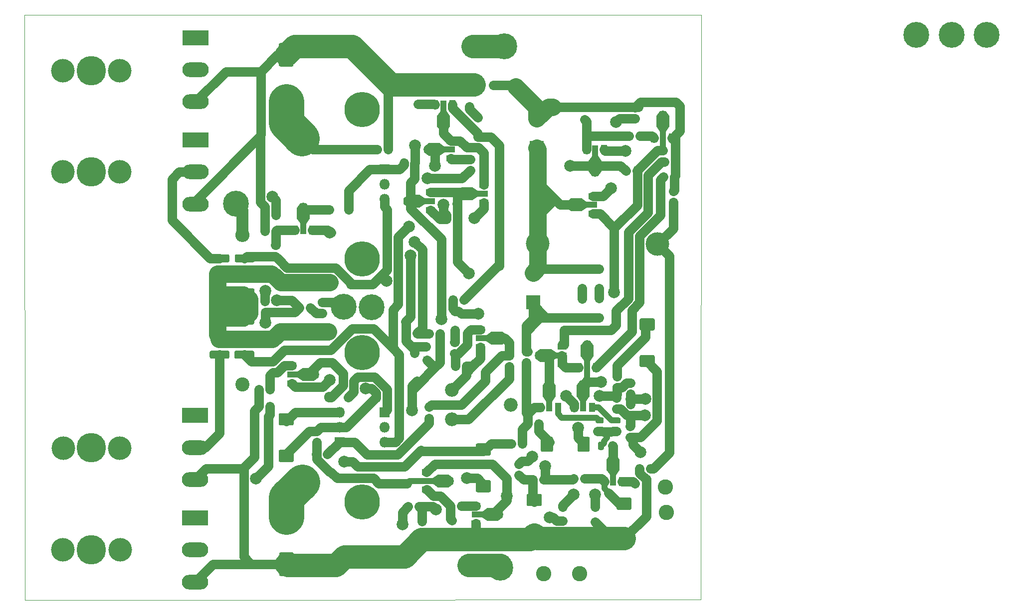
<source format=gtl>
%TF.GenerationSoftware,KiCad,Pcbnew,5.1.6-c6e7f7d~86~ubuntu18.04.1*%
%TF.CreationDate,2020-08-11T14:48:33+12:00*%
%TF.ProjectId,Trimodal SMD Cheap,5472696d-6f64-4616-9c20-534d44204368,rev?*%
%TF.SameCoordinates,Original*%
%TF.FileFunction,Copper,L1,Top*%
%TF.FilePolarity,Positive*%
%FSLAX46Y46*%
G04 Gerber Fmt 4.6, Leading zero omitted, Abs format (unit mm)*
G04 Created by KiCad (PCBNEW 5.1.6-c6e7f7d~86~ubuntu18.04.1) date 2020-08-11 14:48:33*
%MOMM*%
%LPD*%
G01*
G04 APERTURE LIST*
%TA.AperFunction,Profile*%
%ADD10C,0.100000*%
%TD*%
%TA.AperFunction,ComponentPad*%
%ADD11C,6.000000*%
%TD*%
%TA.AperFunction,SMDPad,CuDef*%
%ADD12R,1.200000X0.900000*%
%TD*%
%TA.AperFunction,SMDPad,CuDef*%
%ADD13R,0.900000X1.200000*%
%TD*%
%TA.AperFunction,ComponentPad*%
%ADD14C,3.000000*%
%TD*%
%TA.AperFunction,ComponentPad*%
%ADD15C,2.600000*%
%TD*%
%TA.AperFunction,ComponentPad*%
%ADD16C,2.400000*%
%TD*%
%TA.AperFunction,ComponentPad*%
%ADD17O,2.400000X2.400000*%
%TD*%
%TA.AperFunction,ComponentPad*%
%ADD18C,2.340000*%
%TD*%
%TA.AperFunction,SMDPad,CuDef*%
%ADD19C,0.150000*%
%TD*%
%TA.AperFunction,SMDPad,CuDef*%
%ADD20R,1.000000X1.500000*%
%TD*%
%TA.AperFunction,SMDPad,CuDef*%
%ADD21R,1.000000X1.800000*%
%TD*%
%TA.AperFunction,SMDPad,CuDef*%
%ADD22R,2.200000X1.840000*%
%TD*%
%TA.AperFunction,SMDPad,CuDef*%
%ADD23R,1.500000X1.000000*%
%TD*%
%TA.AperFunction,SMDPad,CuDef*%
%ADD24R,1.800000X1.000000*%
%TD*%
%TA.AperFunction,SMDPad,CuDef*%
%ADD25R,1.840000X2.200000*%
%TD*%
%TA.AperFunction,ComponentPad*%
%ADD26O,1.800000X1.800000*%
%TD*%
%TA.AperFunction,ComponentPad*%
%ADD27R,1.800000X1.800000*%
%TD*%
%TA.AperFunction,ComponentPad*%
%ADD28R,4.500000X2.500000*%
%TD*%
%TA.AperFunction,ComponentPad*%
%ADD29O,4.500000X2.500000*%
%TD*%
%TA.AperFunction,SMDPad,CuDef*%
%ADD30R,0.900000X0.800000*%
%TD*%
%TA.AperFunction,ComponentPad*%
%ADD31R,2.400000X2.400000*%
%TD*%
%TA.AperFunction,ComponentPad*%
%ADD32C,4.400000*%
%TD*%
%TA.AperFunction,ViaPad*%
%ADD33C,5.000000*%
%TD*%
%TA.AperFunction,ViaPad*%
%ADD34C,4.000000*%
%TD*%
%TA.AperFunction,ViaPad*%
%ADD35C,2.000000*%
%TD*%
%TA.AperFunction,Conductor*%
%ADD36C,1.600000*%
%TD*%
%TA.AperFunction,Conductor*%
%ADD37C,1.000000*%
%TD*%
%TA.AperFunction,Conductor*%
%ADD38C,6.000001*%
%TD*%
%TA.AperFunction,Conductor*%
%ADD39C,2.999999*%
%TD*%
%TA.AperFunction,Conductor*%
%ADD40C,2.000000*%
%TD*%
%TA.AperFunction,Conductor*%
%ADD41C,4.000000*%
%TD*%
G04 APERTURE END LIST*
D10*
X62293500Y-131635500D02*
X31686500Y-131635500D01*
X62230000Y-32194500D02*
X31623000Y-32194500D01*
X31686500Y-131635500D02*
X31623000Y-32194500D01*
X146494500Y-32131000D02*
X146367500Y-131572000D01*
X62230000Y-32194500D02*
X146494500Y-32131000D01*
X146367500Y-131572000D02*
X62293500Y-131635500D01*
D11*
X88900000Y-114935000D03*
X88900000Y-89535000D03*
%TA.AperFunction,SMDPad,CuDef*%
G36*
G01*
X77073000Y-127538500D02*
X75073000Y-127538500D01*
G75*
G02*
X74823000Y-127288500I0J250000D01*
G01*
X74823000Y-123788500D01*
G75*
G02*
X75073000Y-123538500I250000J0D01*
G01*
X77073000Y-123538500D01*
G75*
G02*
X77323000Y-123788500I0J-250000D01*
G01*
X77323000Y-127288500D01*
G75*
G02*
X77073000Y-127538500I-250000J0D01*
G01*
G37*
%TD.AperFunction*%
%TA.AperFunction,SMDPad,CuDef*%
G36*
G01*
X77073000Y-119538500D02*
X75073000Y-119538500D01*
G75*
G02*
X74823000Y-119288500I0J250000D01*
G01*
X74823000Y-115788500D01*
G75*
G02*
X75073000Y-115538500I250000J0D01*
G01*
X77073000Y-115538500D01*
G75*
G02*
X77323000Y-115788500I0J-250000D01*
G01*
X77323000Y-119288500D01*
G75*
G02*
X77073000Y-119538500I-250000J0D01*
G01*
G37*
%TD.AperFunction*%
%TA.AperFunction,SMDPad,CuDef*%
G36*
G01*
X73330750Y-90601500D02*
X74243250Y-90601500D01*
G75*
G02*
X74487000Y-90845250I0J-243750D01*
G01*
X74487000Y-91332750D01*
G75*
G02*
X74243250Y-91576500I-243750J0D01*
G01*
X73330750Y-91576500D01*
G75*
G02*
X73087000Y-91332750I0J243750D01*
G01*
X73087000Y-90845250D01*
G75*
G02*
X73330750Y-90601500I243750J0D01*
G01*
G37*
%TD.AperFunction*%
%TA.AperFunction,SMDPad,CuDef*%
G36*
G01*
X73330750Y-92476500D02*
X74243250Y-92476500D01*
G75*
G02*
X74487000Y-92720250I0J-243750D01*
G01*
X74487000Y-93207750D01*
G75*
G02*
X74243250Y-93451500I-243750J0D01*
G01*
X73330750Y-93451500D01*
G75*
G02*
X73087000Y-93207750I0J243750D01*
G01*
X73087000Y-92720250D01*
G75*
G02*
X73330750Y-92476500I243750J0D01*
G01*
G37*
%TD.AperFunction*%
%TA.AperFunction,SMDPad,CuDef*%
G36*
G01*
X77009500Y-40926500D02*
X75009500Y-40926500D01*
G75*
G02*
X74759500Y-40676500I0J250000D01*
G01*
X74759500Y-37176500D01*
G75*
G02*
X75009500Y-36926500I250000J0D01*
G01*
X77009500Y-36926500D01*
G75*
G02*
X77259500Y-37176500I0J-250000D01*
G01*
X77259500Y-40676500D01*
G75*
G02*
X77009500Y-40926500I-250000J0D01*
G01*
G37*
%TD.AperFunction*%
%TA.AperFunction,SMDPad,CuDef*%
G36*
G01*
X77009500Y-48926500D02*
X75009500Y-48926500D01*
G75*
G02*
X74759500Y-48676500I0J250000D01*
G01*
X74759500Y-45176500D01*
G75*
G02*
X75009500Y-44926500I250000J0D01*
G01*
X77009500Y-44926500D01*
G75*
G02*
X77259500Y-45176500I0J-250000D01*
G01*
X77259500Y-48676500D01*
G75*
G02*
X77009500Y-48926500I-250000J0D01*
G01*
G37*
%TD.AperFunction*%
D12*
X129095500Y-80327500D03*
X129095500Y-83627500D03*
X129095500Y-75313000D03*
X129095500Y-78613000D03*
X126238000Y-80391000D03*
X126238000Y-83691000D03*
X126238000Y-78612000D03*
X126238000Y-75312000D03*
X108521500Y-52893500D03*
X108521500Y-49593500D03*
X107124500Y-47752000D03*
X107124500Y-44452000D03*
D13*
X86550500Y-97155000D03*
X83250500Y-97155000D03*
X86614000Y-65278000D03*
X83314000Y-65278000D03*
D12*
X104648000Y-85788500D03*
X104648000Y-82488500D03*
D14*
X107055000Y-125730000D03*
X84455000Y-125730000D03*
X85090000Y-37465000D03*
X107690000Y-37465000D03*
D11*
X88900000Y-48260000D03*
X88900000Y-73660000D03*
D15*
X140525500Y-116713000D03*
X140398500Y-112395000D03*
D16*
X68580000Y-94996000D03*
D17*
X68580000Y-69596000D03*
D18*
X104140000Y-95925000D03*
X114140000Y-98425000D03*
X104140000Y-100925000D03*
%TA.AperFunction,SMDPad,CuDef*%
D19*
G36*
X138854000Y-49320000D02*
G01*
X139454000Y-48470000D01*
X140454000Y-48470000D01*
X141054000Y-49320000D01*
X138854000Y-49320000D01*
G37*
%TD.AperFunction*%
D20*
X138454000Y-53042000D03*
D21*
X139954000Y-52895500D03*
D20*
X141454000Y-53042000D03*
D22*
X139954000Y-50228500D03*
%TA.AperFunction,SMDPad,CuDef*%
D19*
G36*
X141054000Y-51138200D02*
G01*
X140354000Y-52138200D01*
X139554000Y-52138200D01*
X138854000Y-51138200D01*
X141054000Y-51138200D01*
G37*
%TD.AperFunction*%
%TA.AperFunction,SMDPad,CuDef*%
G36*
X132608500Y-109558200D02*
G01*
X131908500Y-110558200D01*
X131108500Y-110558200D01*
X130408500Y-109558200D01*
X132608500Y-109558200D01*
G37*
%TD.AperFunction*%
D22*
X131508500Y-108648500D03*
D20*
X133008500Y-111462000D03*
D21*
X131508500Y-111315500D03*
D20*
X130008500Y-111462000D03*
%TA.AperFunction,SMDPad,CuDef*%
D19*
G36*
X130408500Y-107740000D02*
G01*
X131008500Y-106890000D01*
X132008500Y-106890000D01*
X132608500Y-107740000D01*
X130408500Y-107740000D01*
G37*
%TD.AperFunction*%
%TA.AperFunction,SMDPad,CuDef*%
G36*
X127504500Y-96965700D02*
G01*
X126804500Y-97965700D01*
X126004500Y-97965700D01*
X125304500Y-96965700D01*
X127504500Y-96965700D01*
G37*
%TD.AperFunction*%
D22*
X126404500Y-96056000D03*
D20*
X127904500Y-98869500D03*
D21*
X126404500Y-98723000D03*
D20*
X124904500Y-98869500D03*
%TA.AperFunction,SMDPad,CuDef*%
D19*
G36*
X125304500Y-95147500D02*
G01*
X125904500Y-94297500D01*
X126904500Y-94297500D01*
X127504500Y-95147500D01*
X125304500Y-95147500D01*
G37*
%TD.AperFunction*%
%TA.AperFunction,SMDPad,CuDef*%
G36*
X119550000Y-95167000D02*
G01*
X120150000Y-94317000D01*
X121150000Y-94317000D01*
X121750000Y-95167000D01*
X119550000Y-95167000D01*
G37*
%TD.AperFunction*%
D20*
X119150000Y-98889000D03*
D21*
X120650000Y-98742500D03*
D20*
X122150000Y-98889000D03*
D22*
X120650000Y-96075500D03*
%TA.AperFunction,SMDPad,CuDef*%
D19*
G36*
X121750000Y-96985200D02*
G01*
X121050000Y-97985200D01*
X120250000Y-97985200D01*
X119550000Y-96985200D01*
X121750000Y-96985200D01*
G37*
%TD.AperFunction*%
%TA.AperFunction,SMDPad,CuDef*%
G36*
X129560500Y-58757000D02*
G01*
X128960500Y-59607000D01*
X127960500Y-59607000D01*
X127360500Y-58757000D01*
X129560500Y-58757000D01*
G37*
%TD.AperFunction*%
D20*
X129960500Y-55035000D03*
D21*
X128460500Y-55181500D03*
D20*
X126960500Y-55035000D03*
D22*
X128460500Y-57848500D03*
%TA.AperFunction,SMDPad,CuDef*%
D19*
G36*
X127360500Y-56938800D02*
G01*
X128060500Y-55938800D01*
X128860500Y-55938800D01*
X129560500Y-56938800D01*
X127360500Y-56938800D01*
G37*
%TD.AperFunction*%
%TA.AperFunction,SMDPad,CuDef*%
G36*
X103588000Y-110279000D02*
G01*
X104438000Y-110879000D01*
X104438000Y-111879000D01*
X103588000Y-112479000D01*
X103588000Y-110279000D01*
G37*
%TD.AperFunction*%
D23*
X99866000Y-109879000D03*
D24*
X100012500Y-111379000D03*
D23*
X99866000Y-112879000D03*
D25*
X102679500Y-111379000D03*
%TA.AperFunction,SMDPad,CuDef*%
D19*
G36*
X101769800Y-112479000D02*
G01*
X100769800Y-111779000D01*
X100769800Y-110979000D01*
X101769800Y-110279000D01*
X101769800Y-112479000D01*
G37*
%TD.AperFunction*%
D26*
X92710000Y-104775000D03*
X92710000Y-102235000D03*
D27*
X92710000Y-99695000D03*
D28*
X60555500Y-117665500D03*
D29*
X60555500Y-123115500D03*
X60555500Y-128565500D03*
D27*
X92710000Y-58420000D03*
D26*
X92710000Y-60960000D03*
X92710000Y-63500000D03*
D28*
X60619000Y-36026500D03*
D29*
X60619000Y-41476500D03*
X60619000Y-46926500D03*
%TA.AperFunction,SMDPad,CuDef*%
D19*
G36*
X126027000Y-88372500D02*
G01*
X126627000Y-87522500D01*
X127627000Y-87522500D01*
X128227000Y-88372500D01*
X126027000Y-88372500D01*
G37*
%TD.AperFunction*%
D20*
X125627000Y-92094500D03*
D21*
X127127000Y-91948000D03*
D20*
X128627000Y-92094500D03*
D22*
X127127000Y-89281000D03*
%TA.AperFunction,SMDPad,CuDef*%
D19*
G36*
X128227000Y-90190700D02*
G01*
X127527000Y-91190700D01*
X126727000Y-91190700D01*
X126027000Y-90190700D01*
X128227000Y-90190700D01*
G37*
%TD.AperFunction*%
%TA.AperFunction,SMDPad,CuDef*%
G36*
X120988200Y-88943000D02*
G01*
X121988200Y-89643000D01*
X121988200Y-90443000D01*
X120988200Y-91143000D01*
X120988200Y-88943000D01*
G37*
%TD.AperFunction*%
D25*
X120078500Y-90043000D03*
D23*
X122892000Y-88543000D03*
D24*
X122745500Y-90043000D03*
D23*
X122892000Y-91543000D03*
%TA.AperFunction,SMDPad,CuDef*%
D19*
G36*
X119170000Y-91143000D02*
G01*
X118320000Y-90543000D01*
X118320000Y-89543000D01*
X119170000Y-88943000D01*
X119170000Y-91143000D01*
G37*
%TD.AperFunction*%
%TA.AperFunction,SMDPad,CuDef*%
G36*
X126195200Y-63352500D02*
G01*
X127195200Y-64052500D01*
X127195200Y-64852500D01*
X126195200Y-65552500D01*
X126195200Y-63352500D01*
G37*
%TD.AperFunction*%
D25*
X125285500Y-64452500D03*
D23*
X128099000Y-62952500D03*
D24*
X127952500Y-64452500D03*
D23*
X128099000Y-65952500D03*
%TA.AperFunction,SMDPad,CuDef*%
D19*
G36*
X124377000Y-65552500D02*
G01*
X123527000Y-64952500D01*
X123527000Y-63952500D01*
X124377000Y-63352500D01*
X124377000Y-65552500D01*
G37*
%TD.AperFunction*%
D27*
X85090000Y-104775000D03*
D26*
X85090000Y-102235000D03*
X85090000Y-99695000D03*
%TA.AperFunction,SMDPad,CuDef*%
D19*
G36*
X98623500Y-62717500D02*
G01*
X99623500Y-63417500D01*
X99623500Y-64217500D01*
X98623500Y-64917500D01*
X98623500Y-62717500D01*
G37*
%TD.AperFunction*%
D25*
X97713800Y-63817500D03*
D23*
X100527300Y-62317500D03*
D24*
X100380800Y-63817500D03*
D23*
X100527300Y-65317500D03*
%TA.AperFunction,SMDPad,CuDef*%
D19*
G36*
X96805300Y-64917500D02*
G01*
X95955300Y-64317500D01*
X95955300Y-63317500D01*
X96805300Y-62717500D01*
X96805300Y-64917500D01*
G37*
%TD.AperFunction*%
%TA.AperFunction,SMDPad,CuDef*%
G36*
X105835000Y-63647500D02*
G01*
X104985000Y-63047500D01*
X104985000Y-62047500D01*
X105835000Y-61447500D01*
X105835000Y-63647500D01*
G37*
%TD.AperFunction*%
D23*
X109557000Y-64047500D03*
D24*
X109410500Y-62547500D03*
D23*
X109557000Y-61047500D03*
D25*
X106743500Y-62547500D03*
%TA.AperFunction,SMDPad,CuDef*%
D19*
G36*
X107653200Y-61447500D02*
G01*
X108653200Y-62147500D01*
X108653200Y-62947500D01*
X107653200Y-63647500D01*
X107653200Y-61447500D01*
G37*
%TD.AperFunction*%
%TA.AperFunction,SMDPad,CuDef*%
G36*
X100247000Y-56154500D02*
G01*
X99397000Y-55554500D01*
X99397000Y-54554500D01*
X100247000Y-53954500D01*
X100247000Y-56154500D01*
G37*
%TD.AperFunction*%
D23*
X103969000Y-56554500D03*
D24*
X103822500Y-55054500D03*
D23*
X103969000Y-53554500D03*
D25*
X101155500Y-55054500D03*
%TA.AperFunction,SMDPad,CuDef*%
D19*
G36*
X102065200Y-53954500D02*
G01*
X103065200Y-54654500D01*
X103065200Y-55454500D01*
X102065200Y-56154500D01*
X102065200Y-53954500D01*
G37*
%TD.AperFunction*%
%TA.AperFunction,SMDPad,CuDef*%
G36*
X103843000Y-51137000D02*
G01*
X103243000Y-51987000D01*
X102243000Y-51987000D01*
X101643000Y-51137000D01*
X103843000Y-51137000D01*
G37*
%TD.AperFunction*%
D20*
X104243000Y-47415000D03*
D21*
X102743000Y-47561500D03*
D20*
X101243000Y-47415000D03*
D22*
X102743000Y-50228500D03*
%TA.AperFunction,SMDPad,CuDef*%
D19*
G36*
X101643000Y-49318800D02*
G01*
X102343000Y-48318800D01*
X103143000Y-48318800D01*
X103843000Y-49318800D01*
X101643000Y-49318800D01*
G37*
%TD.AperFunction*%
%TA.AperFunction,SMDPad,CuDef*%
G36*
X80664500Y-92181500D02*
G01*
X81514500Y-92781500D01*
X81514500Y-93781500D01*
X80664500Y-94381500D01*
X80664500Y-92181500D01*
G37*
%TD.AperFunction*%
D23*
X76942500Y-91781500D03*
D24*
X77089000Y-93281500D03*
D23*
X76942500Y-94781500D03*
D25*
X79756000Y-93281500D03*
%TA.AperFunction,SMDPad,CuDef*%
D19*
G36*
X78846300Y-94381500D02*
G01*
X77846300Y-93681500D01*
X77846300Y-92881500D01*
X78846300Y-92181500D01*
X78846300Y-94381500D01*
G37*
%TD.AperFunction*%
%TA.AperFunction,SMDPad,CuDef*%
G36*
X80030500Y-66822700D02*
G01*
X79330500Y-67822700D01*
X78530500Y-67822700D01*
X77830500Y-66822700D01*
X80030500Y-66822700D01*
G37*
%TD.AperFunction*%
D22*
X78930500Y-65913000D03*
D20*
X80430500Y-68726500D03*
D21*
X78930500Y-68580000D03*
D20*
X77430500Y-68726500D03*
%TA.AperFunction,SMDPad,CuDef*%
D19*
G36*
X77830500Y-65004500D02*
G01*
X78430500Y-64154500D01*
X79430500Y-64154500D01*
X80030500Y-65004500D01*
X77830500Y-65004500D01*
G37*
%TD.AperFunction*%
%TA.AperFunction,SMDPad,CuDef*%
G36*
X110850300Y-88222000D02*
G01*
X109850300Y-87522000D01*
X109850300Y-86722000D01*
X110850300Y-86022000D01*
X110850300Y-88222000D01*
G37*
%TD.AperFunction*%
D25*
X111760000Y-87122000D03*
D23*
X108946500Y-88622000D03*
D24*
X109093000Y-87122000D03*
D23*
X108946500Y-85622000D03*
%TA.AperFunction,SMDPad,CuDef*%
D19*
G36*
X112668500Y-86022000D02*
G01*
X113518500Y-86622000D01*
X113518500Y-87622000D01*
X112668500Y-88222000D01*
X112668500Y-86022000D01*
G37*
%TD.AperFunction*%
%TA.AperFunction,SMDPad,CuDef*%
G36*
X110151800Y-118194000D02*
G01*
X109151800Y-117494000D01*
X109151800Y-116694000D01*
X110151800Y-115994000D01*
X110151800Y-118194000D01*
G37*
%TD.AperFunction*%
D25*
X111061500Y-117094000D03*
D23*
X108248000Y-118594000D03*
D24*
X108394500Y-117094000D03*
D23*
X108248000Y-115594000D03*
%TA.AperFunction,SMDPad,CuDef*%
D19*
G36*
X111970000Y-115994000D02*
G01*
X112820000Y-116594000D01*
X112820000Y-117594000D01*
X111970000Y-118194000D01*
X111970000Y-115994000D01*
G37*
%TD.AperFunction*%
D29*
X60619000Y-64303500D03*
X60619000Y-58853500D03*
D28*
X60619000Y-53403500D03*
%TA.AperFunction,SMDPad,CuDef*%
G36*
G01*
X70322501Y-90591000D02*
X67472499Y-90591000D01*
G75*
G02*
X67222500Y-90341001I0J249999D01*
G01*
X67222500Y-89490999D01*
G75*
G02*
X67472499Y-89241000I249999J0D01*
G01*
X70322501Y-89241000D01*
G75*
G02*
X70572500Y-89490999I0J-249999D01*
G01*
X70572500Y-90341001D01*
G75*
G02*
X70322501Y-90591000I-249999J0D01*
G01*
G37*
%TD.AperFunction*%
%TA.AperFunction,SMDPad,CuDef*%
G36*
G01*
X70322501Y-84791000D02*
X67472499Y-84791000D01*
G75*
G02*
X67222500Y-84541001I0J249999D01*
G01*
X67222500Y-83690999D01*
G75*
G02*
X67472499Y-83441000I249999J0D01*
G01*
X70322501Y-83441000D01*
G75*
G02*
X70572500Y-83690999I0J-249999D01*
G01*
X70572500Y-84541001D01*
G75*
G02*
X70322501Y-84791000I-249999J0D01*
G01*
G37*
%TD.AperFunction*%
%TA.AperFunction,SMDPad,CuDef*%
G36*
G01*
X70386001Y-74208000D02*
X67535999Y-74208000D01*
G75*
G02*
X67286000Y-73958001I0J249999D01*
G01*
X67286000Y-73107999D01*
G75*
G02*
X67535999Y-72858000I249999J0D01*
G01*
X70386001Y-72858000D01*
G75*
G02*
X70636000Y-73107999I0J-249999D01*
G01*
X70636000Y-73958001D01*
G75*
G02*
X70386001Y-74208000I-249999J0D01*
G01*
G37*
%TD.AperFunction*%
%TA.AperFunction,SMDPad,CuDef*%
G36*
G01*
X70386001Y-80008000D02*
X67535999Y-80008000D01*
G75*
G02*
X67286000Y-79758001I0J249999D01*
G01*
X67286000Y-78907999D01*
G75*
G02*
X67535999Y-78658000I249999J0D01*
G01*
X70386001Y-78658000D01*
G75*
G02*
X70636000Y-78907999I0J-249999D01*
G01*
X70636000Y-79758001D01*
G75*
G02*
X70386001Y-80008000I-249999J0D01*
G01*
G37*
%TD.AperFunction*%
%TA.AperFunction,SMDPad,CuDef*%
G36*
G01*
X135055000Y-59130250D02*
X135055000Y-58217750D01*
G75*
G02*
X135298750Y-57974000I243750J0D01*
G01*
X135786250Y-57974000D01*
G75*
G02*
X136030000Y-58217750I0J-243750D01*
G01*
X136030000Y-59130250D01*
G75*
G02*
X135786250Y-59374000I-243750J0D01*
G01*
X135298750Y-59374000D01*
G75*
G02*
X135055000Y-59130250I0J243750D01*
G01*
G37*
%TD.AperFunction*%
%TA.AperFunction,SMDPad,CuDef*%
G36*
G01*
X133180000Y-59130250D02*
X133180000Y-58217750D01*
G75*
G02*
X133423750Y-57974000I243750J0D01*
G01*
X133911250Y-57974000D01*
G75*
G02*
X134155000Y-58217750I0J-243750D01*
G01*
X134155000Y-59130250D01*
G75*
G02*
X133911250Y-59374000I-243750J0D01*
G01*
X133423750Y-59374000D01*
G75*
G02*
X133180000Y-59130250I0J243750D01*
G01*
G37*
%TD.AperFunction*%
%TA.AperFunction,SMDPad,CuDef*%
G36*
G01*
X82561750Y-81513500D02*
X81649250Y-81513500D01*
G75*
G02*
X81405500Y-81269750I0J243750D01*
G01*
X81405500Y-80782250D01*
G75*
G02*
X81649250Y-80538500I243750J0D01*
G01*
X82561750Y-80538500D01*
G75*
G02*
X82805500Y-80782250I0J-243750D01*
G01*
X82805500Y-81269750D01*
G75*
G02*
X82561750Y-81513500I-243750J0D01*
G01*
G37*
%TD.AperFunction*%
%TA.AperFunction,SMDPad,CuDef*%
G36*
G01*
X82561750Y-83388500D02*
X81649250Y-83388500D01*
G75*
G02*
X81405500Y-83144750I0J243750D01*
G01*
X81405500Y-82657250D01*
G75*
G02*
X81649250Y-82413500I243750J0D01*
G01*
X82561750Y-82413500D01*
G75*
G02*
X82805500Y-82657250I0J-243750D01*
G01*
X82805500Y-83144750D01*
G75*
G02*
X82561750Y-83388500I-243750J0D01*
G01*
G37*
%TD.AperFunction*%
%TA.AperFunction,SMDPad,CuDef*%
G36*
G01*
X135496000Y-109739750D02*
X135496000Y-108827250D01*
G75*
G02*
X135739750Y-108583500I243750J0D01*
G01*
X136227250Y-108583500D01*
G75*
G02*
X136471000Y-108827250I0J-243750D01*
G01*
X136471000Y-109739750D01*
G75*
G02*
X136227250Y-109983500I-243750J0D01*
G01*
X135739750Y-109983500D01*
G75*
G02*
X135496000Y-109739750I0J243750D01*
G01*
G37*
%TD.AperFunction*%
%TA.AperFunction,SMDPad,CuDef*%
G36*
G01*
X137371000Y-109739750D02*
X137371000Y-108827250D01*
G75*
G02*
X137614750Y-108583500I243750J0D01*
G01*
X138102250Y-108583500D01*
G75*
G02*
X138346000Y-108827250I0J-243750D01*
G01*
X138346000Y-109739750D01*
G75*
G02*
X138102250Y-109983500I-243750J0D01*
G01*
X137614750Y-109983500D01*
G75*
G02*
X137371000Y-109739750I0J243750D01*
G01*
G37*
%TD.AperFunction*%
%TA.AperFunction,SMDPad,CuDef*%
G36*
G01*
X92842500Y-55447250D02*
X92842500Y-54534750D01*
G75*
G02*
X93086250Y-54291000I243750J0D01*
G01*
X93573750Y-54291000D01*
G75*
G02*
X93817500Y-54534750I0J-243750D01*
G01*
X93817500Y-55447250D01*
G75*
G02*
X93573750Y-55691000I-243750J0D01*
G01*
X93086250Y-55691000D01*
G75*
G02*
X92842500Y-55447250I0J243750D01*
G01*
G37*
%TD.AperFunction*%
%TA.AperFunction,SMDPad,CuDef*%
G36*
G01*
X90967500Y-55447250D02*
X90967500Y-54534750D01*
G75*
G02*
X91211250Y-54291000I243750J0D01*
G01*
X91698750Y-54291000D01*
G75*
G02*
X91942500Y-54534750I0J-243750D01*
G01*
X91942500Y-55447250D01*
G75*
G02*
X91698750Y-55691000I-243750J0D01*
G01*
X91211250Y-55691000D01*
G75*
G02*
X90967500Y-55447250I0J243750D01*
G01*
G37*
%TD.AperFunction*%
%TA.AperFunction,SMDPad,CuDef*%
G36*
G01*
X131623750Y-96794500D02*
X132536250Y-96794500D01*
G75*
G02*
X132780000Y-97038250I0J-243750D01*
G01*
X132780000Y-97525750D01*
G75*
G02*
X132536250Y-97769500I-243750J0D01*
G01*
X131623750Y-97769500D01*
G75*
G02*
X131380000Y-97525750I0J243750D01*
G01*
X131380000Y-97038250D01*
G75*
G02*
X131623750Y-96794500I243750J0D01*
G01*
G37*
%TD.AperFunction*%
%TA.AperFunction,SMDPad,CuDef*%
G36*
G01*
X131623750Y-98669500D02*
X132536250Y-98669500D01*
G75*
G02*
X132780000Y-98913250I0J-243750D01*
G01*
X132780000Y-99400750D01*
G75*
G02*
X132536250Y-99644500I-243750J0D01*
G01*
X131623750Y-99644500D01*
G75*
G02*
X131380000Y-99400750I0J243750D01*
G01*
X131380000Y-98913250D01*
G75*
G02*
X131623750Y-98669500I243750J0D01*
G01*
G37*
%TD.AperFunction*%
%TA.AperFunction,SMDPad,CuDef*%
G36*
G01*
X142188250Y-64495500D02*
X141275750Y-64495500D01*
G75*
G02*
X141032000Y-64251750I0J243750D01*
G01*
X141032000Y-63764250D01*
G75*
G02*
X141275750Y-63520500I243750J0D01*
G01*
X142188250Y-63520500D01*
G75*
G02*
X142432000Y-63764250I0J-243750D01*
G01*
X142432000Y-64251750D01*
G75*
G02*
X142188250Y-64495500I-243750J0D01*
G01*
G37*
%TD.AperFunction*%
%TA.AperFunction,SMDPad,CuDef*%
G36*
G01*
X142188250Y-62620500D02*
X141275750Y-62620500D01*
G75*
G02*
X141032000Y-62376750I0J243750D01*
G01*
X141032000Y-61889250D01*
G75*
G02*
X141275750Y-61645500I243750J0D01*
G01*
X142188250Y-61645500D01*
G75*
G02*
X142432000Y-61889250I0J-243750D01*
G01*
X142432000Y-62376750D01*
G75*
G02*
X142188250Y-62620500I-243750J0D01*
G01*
G37*
%TD.AperFunction*%
%TA.AperFunction,SMDPad,CuDef*%
G36*
G01*
X134036750Y-94221000D02*
X134949250Y-94221000D01*
G75*
G02*
X135193000Y-94464750I0J-243750D01*
G01*
X135193000Y-94952250D01*
G75*
G02*
X134949250Y-95196000I-243750J0D01*
G01*
X134036750Y-95196000D01*
G75*
G02*
X133793000Y-94952250I0J243750D01*
G01*
X133793000Y-94464750D01*
G75*
G02*
X134036750Y-94221000I243750J0D01*
G01*
G37*
%TD.AperFunction*%
%TA.AperFunction,SMDPad,CuDef*%
G36*
G01*
X134036750Y-96096000D02*
X134949250Y-96096000D01*
G75*
G02*
X135193000Y-96339750I0J-243750D01*
G01*
X135193000Y-96827250D01*
G75*
G02*
X134949250Y-97071000I-243750J0D01*
G01*
X134036750Y-97071000D01*
G75*
G02*
X133793000Y-96827250I0J243750D01*
G01*
X133793000Y-96339750D01*
G75*
G02*
X134036750Y-96096000I243750J0D01*
G01*
G37*
%TD.AperFunction*%
%TA.AperFunction,SMDPad,CuDef*%
G36*
G01*
X132536250Y-101579500D02*
X131623750Y-101579500D01*
G75*
G02*
X131380000Y-101335750I0J243750D01*
G01*
X131380000Y-100848250D01*
G75*
G02*
X131623750Y-100604500I243750J0D01*
G01*
X132536250Y-100604500D01*
G75*
G02*
X132780000Y-100848250I0J-243750D01*
G01*
X132780000Y-101335750D01*
G75*
G02*
X132536250Y-101579500I-243750J0D01*
G01*
G37*
%TD.AperFunction*%
%TA.AperFunction,SMDPad,CuDef*%
G36*
G01*
X132536250Y-103454500D02*
X131623750Y-103454500D01*
G75*
G02*
X131380000Y-103210750I0J243750D01*
G01*
X131380000Y-102723250D01*
G75*
G02*
X131623750Y-102479500I243750J0D01*
G01*
X132536250Y-102479500D01*
G75*
G02*
X132780000Y-102723250I0J-243750D01*
G01*
X132780000Y-103210750D01*
G75*
G02*
X132536250Y-103454500I-243750J0D01*
G01*
G37*
%TD.AperFunction*%
%TA.AperFunction,SMDPad,CuDef*%
G36*
G01*
X129678750Y-103454500D02*
X128766250Y-103454500D01*
G75*
G02*
X128522500Y-103210750I0J243750D01*
G01*
X128522500Y-102723250D01*
G75*
G02*
X128766250Y-102479500I243750J0D01*
G01*
X129678750Y-102479500D01*
G75*
G02*
X129922500Y-102723250I0J-243750D01*
G01*
X129922500Y-103210750D01*
G75*
G02*
X129678750Y-103454500I-243750J0D01*
G01*
G37*
%TD.AperFunction*%
%TA.AperFunction,SMDPad,CuDef*%
G36*
G01*
X129678750Y-101579500D02*
X128766250Y-101579500D01*
G75*
G02*
X128522500Y-101335750I0J243750D01*
G01*
X128522500Y-100848250D01*
G75*
G02*
X128766250Y-100604500I243750J0D01*
G01*
X129678750Y-100604500D01*
G75*
G02*
X129922500Y-100848250I0J-243750D01*
G01*
X129922500Y-101335750D01*
G75*
G02*
X129678750Y-101579500I-243750J0D01*
G01*
G37*
%TD.AperFunction*%
%TA.AperFunction,SMDPad,CuDef*%
G36*
G01*
X137617500Y-111303750D02*
X137617500Y-112216250D01*
G75*
G02*
X137373750Y-112460000I-243750J0D01*
G01*
X136886250Y-112460000D01*
G75*
G02*
X136642500Y-112216250I0J243750D01*
G01*
X136642500Y-111303750D01*
G75*
G02*
X136886250Y-111060000I243750J0D01*
G01*
X137373750Y-111060000D01*
G75*
G02*
X137617500Y-111303750I0J-243750D01*
G01*
G37*
%TD.AperFunction*%
%TA.AperFunction,SMDPad,CuDef*%
G36*
G01*
X135742500Y-111303750D02*
X135742500Y-112216250D01*
G75*
G02*
X135498750Y-112460000I-243750J0D01*
G01*
X135011250Y-112460000D01*
G75*
G02*
X134767500Y-112216250I0J243750D01*
G01*
X134767500Y-111303750D01*
G75*
G02*
X135011250Y-111060000I243750J0D01*
G01*
X135498750Y-111060000D01*
G75*
G02*
X135742500Y-111303750I0J-243750D01*
G01*
G37*
%TD.AperFunction*%
%TA.AperFunction,SMDPad,CuDef*%
G36*
G01*
X126195000Y-111454250D02*
X126195000Y-110541750D01*
G75*
G02*
X126438750Y-110298000I243750J0D01*
G01*
X126926250Y-110298000D01*
G75*
G02*
X127170000Y-110541750I0J-243750D01*
G01*
X127170000Y-111454250D01*
G75*
G02*
X126926250Y-111698000I-243750J0D01*
G01*
X126438750Y-111698000D01*
G75*
G02*
X126195000Y-111454250I0J243750D01*
G01*
G37*
%TD.AperFunction*%
%TA.AperFunction,SMDPad,CuDef*%
G36*
G01*
X124320000Y-111454250D02*
X124320000Y-110541750D01*
G75*
G02*
X124563750Y-110298000I243750J0D01*
G01*
X125051250Y-110298000D01*
G75*
G02*
X125295000Y-110541750I0J-243750D01*
G01*
X125295000Y-111454250D01*
G75*
G02*
X125051250Y-111698000I-243750J0D01*
G01*
X124563750Y-111698000D01*
G75*
G02*
X124320000Y-111454250I0J243750D01*
G01*
G37*
%TD.AperFunction*%
%TA.AperFunction,SMDPad,CuDef*%
G36*
G01*
X141420000Y-60146250D02*
X141420000Y-59233750D01*
G75*
G02*
X141663750Y-58990000I243750J0D01*
G01*
X142151250Y-58990000D01*
G75*
G02*
X142395000Y-59233750I0J-243750D01*
G01*
X142395000Y-60146250D01*
G75*
G02*
X142151250Y-60390000I-243750J0D01*
G01*
X141663750Y-60390000D01*
G75*
G02*
X141420000Y-60146250I0J243750D01*
G01*
G37*
%TD.AperFunction*%
%TA.AperFunction,SMDPad,CuDef*%
G36*
G01*
X139545000Y-60146250D02*
X139545000Y-59233750D01*
G75*
G02*
X139788750Y-58990000I243750J0D01*
G01*
X140276250Y-58990000D01*
G75*
G02*
X140520000Y-59233750I0J-243750D01*
G01*
X140520000Y-60146250D01*
G75*
G02*
X140276250Y-60390000I-243750J0D01*
G01*
X139788750Y-60390000D01*
G75*
G02*
X139545000Y-60146250I0J243750D01*
G01*
G37*
%TD.AperFunction*%
%TA.AperFunction,SMDPad,CuDef*%
G36*
G01*
X139695000Y-57606250D02*
X139695000Y-56693750D01*
G75*
G02*
X139938750Y-56450000I243750J0D01*
G01*
X140426250Y-56450000D01*
G75*
G02*
X140670000Y-56693750I0J-243750D01*
G01*
X140670000Y-57606250D01*
G75*
G02*
X140426250Y-57850000I-243750J0D01*
G01*
X139938750Y-57850000D01*
G75*
G02*
X139695000Y-57606250I0J243750D01*
G01*
G37*
%TD.AperFunction*%
%TA.AperFunction,SMDPad,CuDef*%
G36*
G01*
X141570000Y-57606250D02*
X141570000Y-56693750D01*
G75*
G02*
X141813750Y-56450000I243750J0D01*
G01*
X142301250Y-56450000D01*
G75*
G02*
X142545000Y-56693750I0J-243750D01*
G01*
X142545000Y-57606250D01*
G75*
G02*
X142301250Y-57850000I-243750J0D01*
G01*
X141813750Y-57850000D01*
G75*
G02*
X141570000Y-57606250I0J243750D01*
G01*
G37*
%TD.AperFunction*%
%TA.AperFunction,SMDPad,CuDef*%
G36*
G01*
X113715500Y-105485250D02*
X113715500Y-104572750D01*
G75*
G02*
X113959250Y-104329000I243750J0D01*
G01*
X114446750Y-104329000D01*
G75*
G02*
X114690500Y-104572750I0J-243750D01*
G01*
X114690500Y-105485250D01*
G75*
G02*
X114446750Y-105729000I-243750J0D01*
G01*
X113959250Y-105729000D01*
G75*
G02*
X113715500Y-105485250I0J243750D01*
G01*
G37*
%TD.AperFunction*%
%TA.AperFunction,SMDPad,CuDef*%
G36*
G01*
X115590500Y-105485250D02*
X115590500Y-104572750D01*
G75*
G02*
X115834250Y-104329000I243750J0D01*
G01*
X116321750Y-104329000D01*
G75*
G02*
X116565500Y-104572750I0J-243750D01*
G01*
X116565500Y-105485250D01*
G75*
G02*
X116321750Y-105729000I-243750J0D01*
G01*
X115834250Y-105729000D01*
G75*
G02*
X115590500Y-105485250I0J243750D01*
G01*
G37*
%TD.AperFunction*%
%TA.AperFunction,SMDPad,CuDef*%
G36*
G01*
X132599750Y-94086500D02*
X131687250Y-94086500D01*
G75*
G02*
X131443500Y-93842750I0J243750D01*
G01*
X131443500Y-93355250D01*
G75*
G02*
X131687250Y-93111500I243750J0D01*
G01*
X132599750Y-93111500D01*
G75*
G02*
X132843500Y-93355250I0J-243750D01*
G01*
X132843500Y-93842750D01*
G75*
G02*
X132599750Y-94086500I-243750J0D01*
G01*
G37*
%TD.AperFunction*%
%TA.AperFunction,SMDPad,CuDef*%
G36*
G01*
X132599750Y-95961500D02*
X131687250Y-95961500D01*
G75*
G02*
X131443500Y-95717750I0J243750D01*
G01*
X131443500Y-95230250D01*
G75*
G02*
X131687250Y-94986500I243750J0D01*
G01*
X132599750Y-94986500D01*
G75*
G02*
X132843500Y-95230250I0J-243750D01*
G01*
X132843500Y-95717750D01*
G75*
G02*
X132599750Y-95961500I-243750J0D01*
G01*
G37*
%TD.AperFunction*%
%TA.AperFunction,SMDPad,CuDef*%
G36*
G01*
X82507000Y-107311750D02*
X82507000Y-106399250D01*
G75*
G02*
X82750750Y-106155500I243750J0D01*
G01*
X83238250Y-106155500D01*
G75*
G02*
X83482000Y-106399250I0J-243750D01*
G01*
X83482000Y-107311750D01*
G75*
G02*
X83238250Y-107555500I-243750J0D01*
G01*
X82750750Y-107555500D01*
G75*
G02*
X82507000Y-107311750I0J243750D01*
G01*
G37*
%TD.AperFunction*%
%TA.AperFunction,SMDPad,CuDef*%
G36*
G01*
X80632000Y-107311750D02*
X80632000Y-106399250D01*
G75*
G02*
X80875750Y-106155500I243750J0D01*
G01*
X81363250Y-106155500D01*
G75*
G02*
X81607000Y-106399250I0J-243750D01*
G01*
X81607000Y-107311750D01*
G75*
G02*
X81363250Y-107555500I-243750J0D01*
G01*
X80875750Y-107555500D01*
G75*
G02*
X80632000Y-107311750I0J243750D01*
G01*
G37*
%TD.AperFunction*%
%TA.AperFunction,SMDPad,CuDef*%
G36*
G01*
X100722750Y-99308500D02*
X99810250Y-99308500D01*
G75*
G02*
X99566500Y-99064750I0J243750D01*
G01*
X99566500Y-98577250D01*
G75*
G02*
X99810250Y-98333500I243750J0D01*
G01*
X100722750Y-98333500D01*
G75*
G02*
X100966500Y-98577250I0J-243750D01*
G01*
X100966500Y-99064750D01*
G75*
G02*
X100722750Y-99308500I-243750J0D01*
G01*
G37*
%TD.AperFunction*%
%TA.AperFunction,SMDPad,CuDef*%
G36*
G01*
X100722750Y-101183500D02*
X99810250Y-101183500D01*
G75*
G02*
X99566500Y-100939750I0J243750D01*
G01*
X99566500Y-100452250D01*
G75*
G02*
X99810250Y-100208500I243750J0D01*
G01*
X100722750Y-100208500D01*
G75*
G02*
X100966500Y-100452250I0J-243750D01*
G01*
X100966500Y-100939750D01*
G75*
G02*
X100722750Y-101183500I-243750J0D01*
G01*
G37*
%TD.AperFunction*%
%TA.AperFunction,SMDPad,CuDef*%
G36*
G01*
X93612000Y-96698750D02*
X93612000Y-97611250D01*
G75*
G02*
X93368250Y-97855000I-243750J0D01*
G01*
X92880750Y-97855000D01*
G75*
G02*
X92637000Y-97611250I0J243750D01*
G01*
X92637000Y-96698750D01*
G75*
G02*
X92880750Y-96455000I243750J0D01*
G01*
X93368250Y-96455000D01*
G75*
G02*
X93612000Y-96698750I0J-243750D01*
G01*
G37*
%TD.AperFunction*%
%TA.AperFunction,SMDPad,CuDef*%
G36*
G01*
X91737000Y-96698750D02*
X91737000Y-97611250D01*
G75*
G02*
X91493250Y-97855000I-243750J0D01*
G01*
X91005750Y-97855000D01*
G75*
G02*
X90762000Y-97611250I0J243750D01*
G01*
X90762000Y-96698750D01*
G75*
G02*
X91005750Y-96455000I243750J0D01*
G01*
X91493250Y-96455000D01*
G75*
G02*
X91737000Y-96698750I0J-243750D01*
G01*
G37*
%TD.AperFunction*%
%TA.AperFunction,SMDPad,CuDef*%
G36*
G01*
X104596250Y-118597500D02*
X103683750Y-118597500D01*
G75*
G02*
X103440000Y-118353750I0J243750D01*
G01*
X103440000Y-117866250D01*
G75*
G02*
X103683750Y-117622500I243750J0D01*
G01*
X104596250Y-117622500D01*
G75*
G02*
X104840000Y-117866250I0J-243750D01*
G01*
X104840000Y-118353750D01*
G75*
G02*
X104596250Y-118597500I-243750J0D01*
G01*
G37*
%TD.AperFunction*%
%TA.AperFunction,SMDPad,CuDef*%
G36*
G01*
X104596250Y-120472500D02*
X103683750Y-120472500D01*
G75*
G02*
X103440000Y-120228750I0J243750D01*
G01*
X103440000Y-119741250D01*
G75*
G02*
X103683750Y-119497500I243750J0D01*
G01*
X104596250Y-119497500D01*
G75*
G02*
X104840000Y-119741250I0J-243750D01*
G01*
X104840000Y-120228750D01*
G75*
G02*
X104596250Y-120472500I-243750J0D01*
G01*
G37*
%TD.AperFunction*%
%TA.AperFunction,SMDPad,CuDef*%
G36*
G01*
X81672750Y-105296000D02*
X80760250Y-105296000D01*
G75*
G02*
X80516500Y-105052250I0J243750D01*
G01*
X80516500Y-104564750D01*
G75*
G02*
X80760250Y-104321000I243750J0D01*
G01*
X81672750Y-104321000D01*
G75*
G02*
X81916500Y-104564750I0J-243750D01*
G01*
X81916500Y-105052250D01*
G75*
G02*
X81672750Y-105296000I-243750J0D01*
G01*
G37*
%TD.AperFunction*%
%TA.AperFunction,SMDPad,CuDef*%
G36*
G01*
X81672750Y-103421000D02*
X80760250Y-103421000D01*
G75*
G02*
X80516500Y-103177250I0J243750D01*
G01*
X80516500Y-102689750D01*
G75*
G02*
X80760250Y-102446000I243750J0D01*
G01*
X81672750Y-102446000D01*
G75*
G02*
X81916500Y-102689750I0J-243750D01*
G01*
X81916500Y-103177250D01*
G75*
G02*
X81672750Y-103421000I-243750J0D01*
G01*
G37*
%TD.AperFunction*%
%TA.AperFunction,SMDPad,CuDef*%
G36*
G01*
X105550000Y-66409250D02*
X105550000Y-67321750D01*
G75*
G02*
X105306250Y-67565500I-243750J0D01*
G01*
X104818750Y-67565500D01*
G75*
G02*
X104575000Y-67321750I0J243750D01*
G01*
X104575000Y-66409250D01*
G75*
G02*
X104818750Y-66165500I243750J0D01*
G01*
X105306250Y-66165500D01*
G75*
G02*
X105550000Y-66409250I0J-243750D01*
G01*
G37*
%TD.AperFunction*%
%TA.AperFunction,SMDPad,CuDef*%
G36*
G01*
X103675000Y-66409250D02*
X103675000Y-67321750D01*
G75*
G02*
X103431250Y-67565500I-243750J0D01*
G01*
X102943750Y-67565500D01*
G75*
G02*
X102700000Y-67321750I0J243750D01*
G01*
X102700000Y-66409250D01*
G75*
G02*
X102943750Y-66165500I243750J0D01*
G01*
X103431250Y-66165500D01*
G75*
G02*
X103675000Y-66409250I0J-243750D01*
G01*
G37*
%TD.AperFunction*%
%TA.AperFunction,SMDPad,CuDef*%
G36*
G01*
X79649500Y-82371250D02*
X79649500Y-81458750D01*
G75*
G02*
X79893250Y-81215000I243750J0D01*
G01*
X80380750Y-81215000D01*
G75*
G02*
X80624500Y-81458750I0J-243750D01*
G01*
X80624500Y-82371250D01*
G75*
G02*
X80380750Y-82615000I-243750J0D01*
G01*
X79893250Y-82615000D01*
G75*
G02*
X79649500Y-82371250I0J243750D01*
G01*
G37*
%TD.AperFunction*%
%TA.AperFunction,SMDPad,CuDef*%
G36*
G01*
X77774500Y-82371250D02*
X77774500Y-81458750D01*
G75*
G02*
X78018250Y-81215000I243750J0D01*
G01*
X78505750Y-81215000D01*
G75*
G02*
X78749500Y-81458750I0J-243750D01*
G01*
X78749500Y-82371250D01*
G75*
G02*
X78505750Y-82615000I-243750J0D01*
G01*
X78018250Y-82615000D01*
G75*
G02*
X77774500Y-82371250I0J243750D01*
G01*
G37*
%TD.AperFunction*%
%TA.AperFunction,SMDPad,CuDef*%
G36*
G01*
X71997250Y-80378000D02*
X72909750Y-80378000D01*
G75*
G02*
X73153500Y-80621750I0J-243750D01*
G01*
X73153500Y-81109250D01*
G75*
G02*
X72909750Y-81353000I-243750J0D01*
G01*
X71997250Y-81353000D01*
G75*
G02*
X71753500Y-81109250I0J243750D01*
G01*
X71753500Y-80621750D01*
G75*
G02*
X71997250Y-80378000I243750J0D01*
G01*
G37*
%TD.AperFunction*%
%TA.AperFunction,SMDPad,CuDef*%
G36*
G01*
X71997250Y-82253000D02*
X72909750Y-82253000D01*
G75*
G02*
X73153500Y-82496750I0J-243750D01*
G01*
X73153500Y-82984250D01*
G75*
G02*
X72909750Y-83228000I-243750J0D01*
G01*
X71997250Y-83228000D01*
G75*
G02*
X71753500Y-82984250I0J243750D01*
G01*
X71753500Y-82496750D01*
G75*
G02*
X71997250Y-82253000I243750J0D01*
G01*
G37*
%TD.AperFunction*%
%TA.AperFunction,SMDPad,CuDef*%
G36*
G01*
X107707750Y-59034500D02*
X106795250Y-59034500D01*
G75*
G02*
X106551500Y-58790750I0J243750D01*
G01*
X106551500Y-58303250D01*
G75*
G02*
X106795250Y-58059500I243750J0D01*
G01*
X107707750Y-58059500D01*
G75*
G02*
X107951500Y-58303250I0J-243750D01*
G01*
X107951500Y-58790750D01*
G75*
G02*
X107707750Y-59034500I-243750J0D01*
G01*
G37*
%TD.AperFunction*%
%TA.AperFunction,SMDPad,CuDef*%
G36*
G01*
X107707750Y-57159500D02*
X106795250Y-57159500D01*
G75*
G02*
X106551500Y-56915750I0J243750D01*
G01*
X106551500Y-56428250D01*
G75*
G02*
X106795250Y-56184500I243750J0D01*
G01*
X107707750Y-56184500D01*
G75*
G02*
X107951500Y-56428250I0J-243750D01*
G01*
X107951500Y-56915750D01*
G75*
G02*
X107707750Y-57159500I-243750J0D01*
G01*
G37*
%TD.AperFunction*%
%TA.AperFunction,SMDPad,CuDef*%
G36*
G01*
X72791500Y-96277750D02*
X72791500Y-95365250D01*
G75*
G02*
X73035250Y-95121500I243750J0D01*
G01*
X73522750Y-95121500D01*
G75*
G02*
X73766500Y-95365250I0J-243750D01*
G01*
X73766500Y-96277750D01*
G75*
G02*
X73522750Y-96521500I-243750J0D01*
G01*
X73035250Y-96521500D01*
G75*
G02*
X72791500Y-96277750I0J243750D01*
G01*
G37*
%TD.AperFunction*%
%TA.AperFunction,SMDPad,CuDef*%
G36*
G01*
X70916500Y-96277750D02*
X70916500Y-95365250D01*
G75*
G02*
X71160250Y-95121500I243750J0D01*
G01*
X71647750Y-95121500D01*
G75*
G02*
X71891500Y-95365250I0J-243750D01*
G01*
X71891500Y-96277750D01*
G75*
G02*
X71647750Y-96521500I-243750J0D01*
G01*
X71160250Y-96521500D01*
G75*
G02*
X70916500Y-96277750I0J243750D01*
G01*
G37*
%TD.AperFunction*%
%TA.AperFunction,SMDPad,CuDef*%
G36*
G01*
X113399250Y-91430500D02*
X114311750Y-91430500D01*
G75*
G02*
X114555500Y-91674250I0J-243750D01*
G01*
X114555500Y-92161750D01*
G75*
G02*
X114311750Y-92405500I-243750J0D01*
G01*
X113399250Y-92405500D01*
G75*
G02*
X113155500Y-92161750I0J243750D01*
G01*
X113155500Y-91674250D01*
G75*
G02*
X113399250Y-91430500I243750J0D01*
G01*
G37*
%TD.AperFunction*%
%TA.AperFunction,SMDPad,CuDef*%
G36*
G01*
X113399250Y-89555500D02*
X114311750Y-89555500D01*
G75*
G02*
X114555500Y-89799250I0J-243750D01*
G01*
X114555500Y-90286750D01*
G75*
G02*
X114311750Y-90530500I-243750J0D01*
G01*
X113399250Y-90530500D01*
G75*
G02*
X113155500Y-90286750I0J243750D01*
G01*
X113155500Y-89799250D01*
G75*
G02*
X113399250Y-89555500I243750J0D01*
G01*
G37*
%TD.AperFunction*%
%TA.AperFunction,SMDPad,CuDef*%
G36*
G01*
X97429500Y-57733250D02*
X97429500Y-56820750D01*
G75*
G02*
X97673250Y-56577000I243750J0D01*
G01*
X98160750Y-56577000D01*
G75*
G02*
X98404500Y-56820750I0J-243750D01*
G01*
X98404500Y-57733250D01*
G75*
G02*
X98160750Y-57977000I-243750J0D01*
G01*
X97673250Y-57977000D01*
G75*
G02*
X97429500Y-57733250I0J243750D01*
G01*
G37*
%TD.AperFunction*%
%TA.AperFunction,SMDPad,CuDef*%
G36*
G01*
X95554500Y-57733250D02*
X95554500Y-56820750D01*
G75*
G02*
X95798250Y-56577000I243750J0D01*
G01*
X96285750Y-56577000D01*
G75*
G02*
X96529500Y-56820750I0J-243750D01*
G01*
X96529500Y-57733250D01*
G75*
G02*
X96285750Y-57977000I-243750J0D01*
G01*
X95798250Y-57977000D01*
G75*
G02*
X95554500Y-57733250I0J243750D01*
G01*
G37*
%TD.AperFunction*%
%TA.AperFunction,SMDPad,CuDef*%
G36*
G01*
X70916500Y-99135250D02*
X70916500Y-98222750D01*
G75*
G02*
X71160250Y-97979000I243750J0D01*
G01*
X71647750Y-97979000D01*
G75*
G02*
X71891500Y-98222750I0J-243750D01*
G01*
X71891500Y-99135250D01*
G75*
G02*
X71647750Y-99379000I-243750J0D01*
G01*
X71160250Y-99379000D01*
G75*
G02*
X70916500Y-99135250I0J243750D01*
G01*
G37*
%TD.AperFunction*%
%TA.AperFunction,SMDPad,CuDef*%
G36*
G01*
X72791500Y-99135250D02*
X72791500Y-98222750D01*
G75*
G02*
X73035250Y-97979000I243750J0D01*
G01*
X73522750Y-97979000D01*
G75*
G02*
X73766500Y-98222750I0J-243750D01*
G01*
X73766500Y-99135250D01*
G75*
G02*
X73522750Y-99379000I-243750J0D01*
G01*
X73035250Y-99379000D01*
G75*
G02*
X72791500Y-99135250I0J243750D01*
G01*
G37*
%TD.AperFunction*%
%TA.AperFunction,SMDPad,CuDef*%
G36*
G01*
X72844000Y-65774250D02*
X72844000Y-66686750D01*
G75*
G02*
X72600250Y-66930500I-243750J0D01*
G01*
X72112750Y-66930500D01*
G75*
G02*
X71869000Y-66686750I0J243750D01*
G01*
X71869000Y-65774250D01*
G75*
G02*
X72112750Y-65530500I243750J0D01*
G01*
X72600250Y-65530500D01*
G75*
G02*
X72844000Y-65774250I0J-243750D01*
G01*
G37*
%TD.AperFunction*%
%TA.AperFunction,SMDPad,CuDef*%
G36*
G01*
X74719000Y-65774250D02*
X74719000Y-66686750D01*
G75*
G02*
X74475250Y-66930500I-243750J0D01*
G01*
X73987750Y-66930500D01*
G75*
G02*
X73744000Y-66686750I0J243750D01*
G01*
X73744000Y-65774250D01*
G75*
G02*
X73987750Y-65530500I243750J0D01*
G01*
X74475250Y-65530500D01*
G75*
G02*
X74719000Y-65774250I0J-243750D01*
G01*
G37*
%TD.AperFunction*%
%TA.AperFunction,SMDPad,CuDef*%
G36*
G01*
X74624250Y-71798000D02*
X73711750Y-71798000D01*
G75*
G02*
X73468000Y-71554250I0J243750D01*
G01*
X73468000Y-71066750D01*
G75*
G02*
X73711750Y-70823000I243750J0D01*
G01*
X74624250Y-70823000D01*
G75*
G02*
X74868000Y-71066750I0J-243750D01*
G01*
X74868000Y-71554250D01*
G75*
G02*
X74624250Y-71798000I-243750J0D01*
G01*
G37*
%TD.AperFunction*%
%TA.AperFunction,SMDPad,CuDef*%
G36*
G01*
X74624250Y-73673000D02*
X73711750Y-73673000D01*
G75*
G02*
X73468000Y-73429250I0J243750D01*
G01*
X73468000Y-72941750D01*
G75*
G02*
X73711750Y-72698000I243750J0D01*
G01*
X74624250Y-72698000D01*
G75*
G02*
X74868000Y-72941750I0J-243750D01*
G01*
X74868000Y-73429250D01*
G75*
G02*
X74624250Y-73673000I-243750J0D01*
G01*
G37*
%TD.AperFunction*%
%TA.AperFunction,SMDPad,CuDef*%
G36*
G01*
X74719000Y-68441250D02*
X74719000Y-69353750D01*
G75*
G02*
X74475250Y-69597500I-243750J0D01*
G01*
X73987750Y-69597500D01*
G75*
G02*
X73744000Y-69353750I0J243750D01*
G01*
X73744000Y-68441250D01*
G75*
G02*
X73987750Y-68197500I243750J0D01*
G01*
X74475250Y-68197500D01*
G75*
G02*
X74719000Y-68441250I0J-243750D01*
G01*
G37*
%TD.AperFunction*%
%TA.AperFunction,SMDPad,CuDef*%
G36*
G01*
X72844000Y-68441250D02*
X72844000Y-69353750D01*
G75*
G02*
X72600250Y-69597500I-243750J0D01*
G01*
X72112750Y-69597500D01*
G75*
G02*
X71869000Y-69353750I0J243750D01*
G01*
X71869000Y-68441250D01*
G75*
G02*
X72112750Y-68197500I243750J0D01*
G01*
X72600250Y-68197500D01*
G75*
G02*
X72844000Y-68441250I0J-243750D01*
G01*
G37*
%TD.AperFunction*%
%TA.AperFunction,SMDPad,CuDef*%
G36*
G01*
X101620500Y-86816250D02*
X101620500Y-85903750D01*
G75*
G02*
X101864250Y-85660000I243750J0D01*
G01*
X102351750Y-85660000D01*
G75*
G02*
X102595500Y-85903750I0J-243750D01*
G01*
X102595500Y-86816250D01*
G75*
G02*
X102351750Y-87060000I-243750J0D01*
G01*
X101864250Y-87060000D01*
G75*
G02*
X101620500Y-86816250I0J243750D01*
G01*
G37*
%TD.AperFunction*%
%TA.AperFunction,SMDPad,CuDef*%
G36*
G01*
X99745500Y-86816250D02*
X99745500Y-85903750D01*
G75*
G02*
X99989250Y-85660000I243750J0D01*
G01*
X100476750Y-85660000D01*
G75*
G02*
X100720500Y-85903750I0J-243750D01*
G01*
X100720500Y-86816250D01*
G75*
G02*
X100476750Y-87060000I-243750J0D01*
G01*
X99989250Y-87060000D01*
G75*
G02*
X99745500Y-86816250I0J243750D01*
G01*
G37*
%TD.AperFunction*%
%TA.AperFunction,SMDPad,CuDef*%
G36*
G01*
X98707000Y-85840250D02*
X98707000Y-86752750D01*
G75*
G02*
X98463250Y-86996500I-243750J0D01*
G01*
X97975750Y-86996500D01*
G75*
G02*
X97732000Y-86752750I0J243750D01*
G01*
X97732000Y-85840250D01*
G75*
G02*
X97975750Y-85596500I243750J0D01*
G01*
X98463250Y-85596500D01*
G75*
G02*
X98707000Y-85840250I0J-243750D01*
G01*
G37*
%TD.AperFunction*%
%TA.AperFunction,SMDPad,CuDef*%
G36*
G01*
X96832000Y-85840250D02*
X96832000Y-86752750D01*
G75*
G02*
X96588250Y-86996500I-243750J0D01*
G01*
X96100750Y-86996500D01*
G75*
G02*
X95857000Y-86752750I0J243750D01*
G01*
X95857000Y-85840250D01*
G75*
G02*
X96100750Y-85596500I243750J0D01*
G01*
X96588250Y-85596500D01*
G75*
G02*
X96832000Y-85840250I0J-243750D01*
G01*
G37*
%TD.AperFunction*%
%TA.AperFunction,SMDPad,CuDef*%
G36*
G01*
X106099000Y-92340750D02*
X106099000Y-91428250D01*
G75*
G02*
X106342750Y-91184500I243750J0D01*
G01*
X106830250Y-91184500D01*
G75*
G02*
X107074000Y-91428250I0J-243750D01*
G01*
X107074000Y-92340750D01*
G75*
G02*
X106830250Y-92584500I-243750J0D01*
G01*
X106342750Y-92584500D01*
G75*
G02*
X106099000Y-92340750I0J243750D01*
G01*
G37*
%TD.AperFunction*%
%TA.AperFunction,SMDPad,CuDef*%
G36*
G01*
X104224000Y-92340750D02*
X104224000Y-91428250D01*
G75*
G02*
X104467750Y-91184500I243750J0D01*
G01*
X104955250Y-91184500D01*
G75*
G02*
X105199000Y-91428250I0J-243750D01*
G01*
X105199000Y-92340750D01*
G75*
G02*
X104955250Y-92584500I-243750J0D01*
G01*
X104467750Y-92584500D01*
G75*
G02*
X104224000Y-92340750I0J243750D01*
G01*
G37*
%TD.AperFunction*%
%TA.AperFunction,SMDPad,CuDef*%
G36*
G01*
X104128250Y-89208000D02*
X105040750Y-89208000D01*
G75*
G02*
X105284500Y-89451750I0J-243750D01*
G01*
X105284500Y-89939250D01*
G75*
G02*
X105040750Y-90183000I-243750J0D01*
G01*
X104128250Y-90183000D01*
G75*
G02*
X103884500Y-89939250I0J243750D01*
G01*
X103884500Y-89451750D01*
G75*
G02*
X104128250Y-89208000I243750J0D01*
G01*
G37*
%TD.AperFunction*%
%TA.AperFunction,SMDPad,CuDef*%
G36*
G01*
X104128250Y-87333000D02*
X105040750Y-87333000D01*
G75*
G02*
X105284500Y-87576750I0J-243750D01*
G01*
X105284500Y-88064250D01*
G75*
G02*
X105040750Y-88308000I-243750J0D01*
G01*
X104128250Y-88308000D01*
G75*
G02*
X103884500Y-88064250I0J243750D01*
G01*
X103884500Y-87576750D01*
G75*
G02*
X104128250Y-87333000I243750J0D01*
G01*
G37*
%TD.AperFunction*%
%TA.AperFunction,SMDPad,CuDef*%
G36*
G01*
X135563000Y-53161250D02*
X135563000Y-52248750D01*
G75*
G02*
X135806750Y-52005000I243750J0D01*
G01*
X136294250Y-52005000D01*
G75*
G02*
X136538000Y-52248750I0J-243750D01*
G01*
X136538000Y-53161250D01*
G75*
G02*
X136294250Y-53405000I-243750J0D01*
G01*
X135806750Y-53405000D01*
G75*
G02*
X135563000Y-53161250I0J243750D01*
G01*
G37*
%TD.AperFunction*%
%TA.AperFunction,SMDPad,CuDef*%
G36*
G01*
X133688000Y-53161250D02*
X133688000Y-52248750D01*
G75*
G02*
X133931750Y-52005000I243750J0D01*
G01*
X134419250Y-52005000D01*
G75*
G02*
X134663000Y-52248750I0J-243750D01*
G01*
X134663000Y-53161250D01*
G75*
G02*
X134419250Y-53405000I-243750J0D01*
G01*
X133931750Y-53405000D01*
G75*
G02*
X133688000Y-53161250I0J243750D01*
G01*
G37*
%TD.AperFunction*%
%TA.AperFunction,SMDPad,CuDef*%
G36*
G01*
X131805500Y-104953750D02*
X131805500Y-105866250D01*
G75*
G02*
X131561750Y-106110000I-243750J0D01*
G01*
X131074250Y-106110000D01*
G75*
G02*
X130830500Y-105866250I0J243750D01*
G01*
X130830500Y-104953750D01*
G75*
G02*
X131074250Y-104710000I243750J0D01*
G01*
X131561750Y-104710000D01*
G75*
G02*
X131805500Y-104953750I0J-243750D01*
G01*
G37*
%TD.AperFunction*%
%TA.AperFunction,SMDPad,CuDef*%
G36*
G01*
X129930500Y-104953750D02*
X129930500Y-105866250D01*
G75*
G02*
X129686750Y-106110000I-243750J0D01*
G01*
X129199250Y-106110000D01*
G75*
G02*
X128955500Y-105866250I0J243750D01*
G01*
X128955500Y-104953750D01*
G75*
G02*
X129199250Y-104710000I243750J0D01*
G01*
X129686750Y-104710000D01*
G75*
G02*
X129930500Y-104953750I0J-243750D01*
G01*
G37*
%TD.AperFunction*%
%TA.AperFunction,SMDPad,CuDef*%
G36*
G01*
X135647750Y-50271500D02*
X134735250Y-50271500D01*
G75*
G02*
X134491500Y-50027750I0J243750D01*
G01*
X134491500Y-49540250D01*
G75*
G02*
X134735250Y-49296500I243750J0D01*
G01*
X135647750Y-49296500D01*
G75*
G02*
X135891500Y-49540250I0J-243750D01*
G01*
X135891500Y-50027750D01*
G75*
G02*
X135647750Y-50271500I-243750J0D01*
G01*
G37*
%TD.AperFunction*%
%TA.AperFunction,SMDPad,CuDef*%
G36*
G01*
X135647750Y-48396500D02*
X134735250Y-48396500D01*
G75*
G02*
X134491500Y-48152750I0J243750D01*
G01*
X134491500Y-47665250D01*
G75*
G02*
X134735250Y-47421500I243750J0D01*
G01*
X135647750Y-47421500D01*
G75*
G02*
X135891500Y-47665250I0J-243750D01*
G01*
X135891500Y-48152750D01*
G75*
G02*
X135647750Y-48396500I-243750J0D01*
G01*
G37*
%TD.AperFunction*%
%TA.AperFunction,SMDPad,CuDef*%
G36*
G01*
X108826000Y-44588750D02*
X108826000Y-43676250D01*
G75*
G02*
X109069750Y-43432500I243750J0D01*
G01*
X109557250Y-43432500D01*
G75*
G02*
X109801000Y-43676250I0J-243750D01*
G01*
X109801000Y-44588750D01*
G75*
G02*
X109557250Y-44832500I-243750J0D01*
G01*
X109069750Y-44832500D01*
G75*
G02*
X108826000Y-44588750I0J243750D01*
G01*
G37*
%TD.AperFunction*%
%TA.AperFunction,SMDPad,CuDef*%
G36*
G01*
X110701000Y-44588750D02*
X110701000Y-43676250D01*
G75*
G02*
X110944750Y-43432500I243750J0D01*
G01*
X111432250Y-43432500D01*
G75*
G02*
X111676000Y-43676250I0J-243750D01*
G01*
X111676000Y-44588750D01*
G75*
G02*
X111432250Y-44832500I-243750J0D01*
G01*
X110944750Y-44832500D01*
G75*
G02*
X110701000Y-44588750I0J243750D01*
G01*
G37*
%TD.AperFunction*%
%TA.AperFunction,SMDPad,CuDef*%
G36*
G01*
X127138750Y-48587000D02*
X126226250Y-48587000D01*
G75*
G02*
X125982500Y-48343250I0J243750D01*
G01*
X125982500Y-47855750D01*
G75*
G02*
X126226250Y-47612000I243750J0D01*
G01*
X127138750Y-47612000D01*
G75*
G02*
X127382500Y-47855750I0J-243750D01*
G01*
X127382500Y-48343250D01*
G75*
G02*
X127138750Y-48587000I-243750J0D01*
G01*
G37*
%TD.AperFunction*%
%TA.AperFunction,SMDPad,CuDef*%
G36*
G01*
X127138750Y-50462000D02*
X126226250Y-50462000D01*
G75*
G02*
X125982500Y-50218250I0J243750D01*
G01*
X125982500Y-49730750D01*
G75*
G02*
X126226250Y-49487000I243750J0D01*
G01*
X127138750Y-49487000D01*
G75*
G02*
X127382500Y-49730750I0J-243750D01*
G01*
X127382500Y-50218250D01*
G75*
G02*
X127138750Y-50462000I-243750J0D01*
G01*
G37*
%TD.AperFunction*%
%TA.AperFunction,SMDPad,CuDef*%
G36*
G01*
X115962750Y-109009000D02*
X115050250Y-109009000D01*
G75*
G02*
X114806500Y-108765250I0J243750D01*
G01*
X114806500Y-108277750D01*
G75*
G02*
X115050250Y-108034000I243750J0D01*
G01*
X115962750Y-108034000D01*
G75*
G02*
X116206500Y-108277750I0J-243750D01*
G01*
X116206500Y-108765250D01*
G75*
G02*
X115962750Y-109009000I-243750J0D01*
G01*
G37*
%TD.AperFunction*%
%TA.AperFunction,SMDPad,CuDef*%
G36*
G01*
X115962750Y-110884000D02*
X115050250Y-110884000D01*
G75*
G02*
X114806500Y-110640250I0J243750D01*
G01*
X114806500Y-110152750D01*
G75*
G02*
X115050250Y-109909000I243750J0D01*
G01*
X115962750Y-109909000D01*
G75*
G02*
X116206500Y-110152750I0J-243750D01*
G01*
X116206500Y-110640250D01*
G75*
G02*
X115962750Y-110884000I-243750J0D01*
G01*
G37*
%TD.AperFunction*%
%TA.AperFunction,SMDPad,CuDef*%
G36*
G01*
X117232750Y-89847000D02*
X116320250Y-89847000D01*
G75*
G02*
X116076500Y-89603250I0J243750D01*
G01*
X116076500Y-89115750D01*
G75*
G02*
X116320250Y-88872000I243750J0D01*
G01*
X117232750Y-88872000D01*
G75*
G02*
X117476500Y-89115750I0J-243750D01*
G01*
X117476500Y-89603250D01*
G75*
G02*
X117232750Y-89847000I-243750J0D01*
G01*
G37*
%TD.AperFunction*%
%TA.AperFunction,SMDPad,CuDef*%
G36*
G01*
X117232750Y-91722000D02*
X116320250Y-91722000D01*
G75*
G02*
X116076500Y-91478250I0J243750D01*
G01*
X116076500Y-90990750D01*
G75*
G02*
X116320250Y-90747000I243750J0D01*
G01*
X117232750Y-90747000D01*
G75*
G02*
X117476500Y-90990750I0J-243750D01*
G01*
X117476500Y-91478250D01*
G75*
G02*
X117232750Y-91722000I-243750J0D01*
G01*
G37*
%TD.AperFunction*%
%TA.AperFunction,SMDPad,CuDef*%
G36*
G01*
X103365000Y-116089750D02*
X103365000Y-115177250D01*
G75*
G02*
X103608750Y-114933500I243750J0D01*
G01*
X104096250Y-114933500D01*
G75*
G02*
X104340000Y-115177250I0J-243750D01*
G01*
X104340000Y-116089750D01*
G75*
G02*
X104096250Y-116333500I-243750J0D01*
G01*
X103608750Y-116333500D01*
G75*
G02*
X103365000Y-116089750I0J243750D01*
G01*
G37*
%TD.AperFunction*%
%TA.AperFunction,SMDPad,CuDef*%
G36*
G01*
X105240000Y-116089750D02*
X105240000Y-115177250D01*
G75*
G02*
X105483750Y-114933500I243750J0D01*
G01*
X105971250Y-114933500D01*
G75*
G02*
X106215000Y-115177250I0J-243750D01*
G01*
X106215000Y-116089750D01*
G75*
G02*
X105971250Y-116333500I-243750J0D01*
G01*
X105483750Y-116333500D01*
G75*
G02*
X105240000Y-116089750I0J243750D01*
G01*
G37*
%TD.AperFunction*%
%TA.AperFunction,SMDPad,CuDef*%
G36*
G01*
X99516250Y-120599500D02*
X98603750Y-120599500D01*
G75*
G02*
X98360000Y-120355750I0J243750D01*
G01*
X98360000Y-119868250D01*
G75*
G02*
X98603750Y-119624500I243750J0D01*
G01*
X99516250Y-119624500D01*
G75*
G02*
X99760000Y-119868250I0J-243750D01*
G01*
X99760000Y-120355750D01*
G75*
G02*
X99516250Y-120599500I-243750J0D01*
G01*
G37*
%TD.AperFunction*%
%TA.AperFunction,SMDPad,CuDef*%
G36*
G01*
X99516250Y-118724500D02*
X98603750Y-118724500D01*
G75*
G02*
X98360000Y-118480750I0J243750D01*
G01*
X98360000Y-117993250D01*
G75*
G02*
X98603750Y-117749500I243750J0D01*
G01*
X99516250Y-117749500D01*
G75*
G02*
X99760000Y-117993250I0J-243750D01*
G01*
X99760000Y-118480750D01*
G75*
G02*
X99516250Y-118724500I-243750J0D01*
G01*
G37*
%TD.AperFunction*%
%TA.AperFunction,SMDPad,CuDef*%
G36*
G01*
X99073000Y-115304250D02*
X99073000Y-116216750D01*
G75*
G02*
X98829250Y-116460500I-243750J0D01*
G01*
X98341750Y-116460500D01*
G75*
G02*
X98098000Y-116216750I0J243750D01*
G01*
X98098000Y-115304250D01*
G75*
G02*
X98341750Y-115060500I243750J0D01*
G01*
X98829250Y-115060500D01*
G75*
G02*
X99073000Y-115304250I0J-243750D01*
G01*
G37*
%TD.AperFunction*%
%TA.AperFunction,SMDPad,CuDef*%
G36*
G01*
X97198000Y-115304250D02*
X97198000Y-116216750D01*
G75*
G02*
X96954250Y-116460500I-243750J0D01*
G01*
X96466750Y-116460500D01*
G75*
G02*
X96223000Y-116216750I0J243750D01*
G01*
X96223000Y-115304250D01*
G75*
G02*
X96466750Y-115060500I243750J0D01*
G01*
X96954250Y-115060500D01*
G75*
G02*
X97198000Y-115304250I0J-243750D01*
G01*
G37*
%TD.AperFunction*%
%TA.AperFunction,SMDPad,CuDef*%
G36*
G01*
X103809500Y-81037750D02*
X103809500Y-80125250D01*
G75*
G02*
X104053250Y-79881500I243750J0D01*
G01*
X104540750Y-79881500D01*
G75*
G02*
X104784500Y-80125250I0J-243750D01*
G01*
X104784500Y-81037750D01*
G75*
G02*
X104540750Y-81281500I-243750J0D01*
G01*
X104053250Y-81281500D01*
G75*
G02*
X103809500Y-81037750I0J243750D01*
G01*
G37*
%TD.AperFunction*%
%TA.AperFunction,SMDPad,CuDef*%
G36*
G01*
X105684500Y-81037750D02*
X105684500Y-80125250D01*
G75*
G02*
X105928250Y-79881500I243750J0D01*
G01*
X106415750Y-79881500D01*
G75*
G02*
X106659500Y-80125250I0J-243750D01*
G01*
X106659500Y-81037750D01*
G75*
G02*
X106415750Y-81281500I-243750J0D01*
G01*
X105928250Y-81281500D01*
G75*
G02*
X105684500Y-81037750I0J243750D01*
G01*
G37*
%TD.AperFunction*%
%TA.AperFunction,SMDPad,CuDef*%
G36*
G01*
X98881250Y-45905000D02*
X97968750Y-45905000D01*
G75*
G02*
X97725000Y-45661250I0J243750D01*
G01*
X97725000Y-45173750D01*
G75*
G02*
X97968750Y-44930000I243750J0D01*
G01*
X98881250Y-44930000D01*
G75*
G02*
X99125000Y-45173750I0J-243750D01*
G01*
X99125000Y-45661250D01*
G75*
G02*
X98881250Y-45905000I-243750J0D01*
G01*
G37*
%TD.AperFunction*%
%TA.AperFunction,SMDPad,CuDef*%
G36*
G01*
X98881250Y-47780000D02*
X97968750Y-47780000D01*
G75*
G02*
X97725000Y-47536250I0J243750D01*
G01*
X97725000Y-47048750D01*
G75*
G02*
X97968750Y-46805000I243750J0D01*
G01*
X98881250Y-46805000D01*
G75*
G02*
X99125000Y-47048750I0J-243750D01*
G01*
X99125000Y-47536250D01*
G75*
G02*
X98881250Y-47780000I-243750J0D01*
G01*
G37*
%TD.AperFunction*%
%TA.AperFunction,SMDPad,CuDef*%
G36*
G01*
X133973250Y-99779000D02*
X134885750Y-99779000D01*
G75*
G02*
X135129500Y-100022750I0J-243750D01*
G01*
X135129500Y-100510250D01*
G75*
G02*
X134885750Y-100754000I-243750J0D01*
G01*
X133973250Y-100754000D01*
G75*
G02*
X133729500Y-100510250I0J243750D01*
G01*
X133729500Y-100022750D01*
G75*
G02*
X133973250Y-99779000I243750J0D01*
G01*
G37*
%TD.AperFunction*%
%TA.AperFunction,SMDPad,CuDef*%
G36*
G01*
X133973250Y-97904000D02*
X134885750Y-97904000D01*
G75*
G02*
X135129500Y-98147750I0J-243750D01*
G01*
X135129500Y-98635250D01*
G75*
G02*
X134885750Y-98879000I-243750J0D01*
G01*
X133973250Y-98879000D01*
G75*
G02*
X133729500Y-98635250I0J243750D01*
G01*
X133729500Y-98147750D01*
G75*
G02*
X133973250Y-97904000I243750J0D01*
G01*
G37*
%TD.AperFunction*%
%TA.AperFunction,SMDPad,CuDef*%
G36*
G01*
X118369500Y-102119750D02*
X118369500Y-101207250D01*
G75*
G02*
X118613250Y-100963500I243750J0D01*
G01*
X119100750Y-100963500D01*
G75*
G02*
X119344500Y-101207250I0J-243750D01*
G01*
X119344500Y-102119750D01*
G75*
G02*
X119100750Y-102363500I-243750J0D01*
G01*
X118613250Y-102363500D01*
G75*
G02*
X118369500Y-102119750I0J243750D01*
G01*
G37*
%TD.AperFunction*%
%TA.AperFunction,SMDPad,CuDef*%
G36*
G01*
X116494500Y-102119750D02*
X116494500Y-101207250D01*
G75*
G02*
X116738250Y-100963500I243750J0D01*
G01*
X117225750Y-100963500D01*
G75*
G02*
X117469500Y-101207250I0J-243750D01*
G01*
X117469500Y-102119750D01*
G75*
G02*
X117225750Y-102363500I-243750J0D01*
G01*
X116738250Y-102363500D01*
G75*
G02*
X116494500Y-102119750I0J243750D01*
G01*
G37*
%TD.AperFunction*%
%TA.AperFunction,SMDPad,CuDef*%
G36*
G01*
X134822250Y-104470500D02*
X133909750Y-104470500D01*
G75*
G02*
X133666000Y-104226750I0J243750D01*
G01*
X133666000Y-103739250D01*
G75*
G02*
X133909750Y-103495500I243750J0D01*
G01*
X134822250Y-103495500D01*
G75*
G02*
X135066000Y-103739250I0J-243750D01*
G01*
X135066000Y-104226750D01*
G75*
G02*
X134822250Y-104470500I-243750J0D01*
G01*
G37*
%TD.AperFunction*%
%TA.AperFunction,SMDPad,CuDef*%
G36*
G01*
X134822250Y-102595500D02*
X133909750Y-102595500D01*
G75*
G02*
X133666000Y-102351750I0J243750D01*
G01*
X133666000Y-101864250D01*
G75*
G02*
X133909750Y-101620500I243750J0D01*
G01*
X134822250Y-101620500D01*
G75*
G02*
X135066000Y-101864250I0J-243750D01*
G01*
X135066000Y-102351750D01*
G75*
G02*
X134822250Y-102595500I-243750J0D01*
G01*
G37*
%TD.AperFunction*%
%TA.AperFunction,SMDPad,CuDef*%
G36*
G01*
X120248500Y-110732250D02*
X120248500Y-111644750D01*
G75*
G02*
X120004750Y-111888500I-243750J0D01*
G01*
X119517250Y-111888500D01*
G75*
G02*
X119273500Y-111644750I0J243750D01*
G01*
X119273500Y-110732250D01*
G75*
G02*
X119517250Y-110488500I243750J0D01*
G01*
X120004750Y-110488500D01*
G75*
G02*
X120248500Y-110732250I0J-243750D01*
G01*
G37*
%TD.AperFunction*%
%TA.AperFunction,SMDPad,CuDef*%
G36*
G01*
X118373500Y-110732250D02*
X118373500Y-111644750D01*
G75*
G02*
X118129750Y-111888500I-243750J0D01*
G01*
X117642250Y-111888500D01*
G75*
G02*
X117398500Y-111644750I0J243750D01*
G01*
X117398500Y-110732250D01*
G75*
G02*
X117642250Y-110488500I243750J0D01*
G01*
X118129750Y-110488500D01*
G75*
G02*
X118373500Y-110732250I0J-243750D01*
G01*
G37*
%TD.AperFunction*%
%TA.AperFunction,SMDPad,CuDef*%
G36*
G01*
X66131501Y-84791000D02*
X63281499Y-84791000D01*
G75*
G02*
X63031500Y-84541001I0J249999D01*
G01*
X63031500Y-83690999D01*
G75*
G02*
X63281499Y-83441000I249999J0D01*
G01*
X66131501Y-83441000D01*
G75*
G02*
X66381500Y-83690999I0J-249999D01*
G01*
X66381500Y-84541001D01*
G75*
G02*
X66131501Y-84791000I-249999J0D01*
G01*
G37*
%TD.AperFunction*%
%TA.AperFunction,SMDPad,CuDef*%
G36*
G01*
X66131501Y-90591000D02*
X63281499Y-90591000D01*
G75*
G02*
X63031500Y-90341001I0J249999D01*
G01*
X63031500Y-89490999D01*
G75*
G02*
X63281499Y-89241000I249999J0D01*
G01*
X66131501Y-89241000D01*
G75*
G02*
X66381500Y-89490999I0J-249999D01*
G01*
X66381500Y-90341001D01*
G75*
G02*
X66131501Y-90591000I-249999J0D01*
G01*
G37*
%TD.AperFunction*%
%TA.AperFunction,SMDPad,CuDef*%
G36*
G01*
X66131501Y-80008000D02*
X63281499Y-80008000D01*
G75*
G02*
X63031500Y-79758001I0J249999D01*
G01*
X63031500Y-78907999D01*
G75*
G02*
X63281499Y-78658000I249999J0D01*
G01*
X66131501Y-78658000D01*
G75*
G02*
X66381500Y-78907999I0J-249999D01*
G01*
X66381500Y-79758001D01*
G75*
G02*
X66131501Y-80008000I-249999J0D01*
G01*
G37*
%TD.AperFunction*%
%TA.AperFunction,SMDPad,CuDef*%
G36*
G01*
X66131501Y-74208000D02*
X63281499Y-74208000D01*
G75*
G02*
X63031500Y-73958001I0J249999D01*
G01*
X63031500Y-73107999D01*
G75*
G02*
X63281499Y-72858000I249999J0D01*
G01*
X66131501Y-72858000D01*
G75*
G02*
X66381500Y-73107999I0J-249999D01*
G01*
X66381500Y-73958001D01*
G75*
G02*
X66131501Y-74208000I-249999J0D01*
G01*
G37*
%TD.AperFunction*%
X60555500Y-100266500D03*
D29*
X60555500Y-105716500D03*
X60555500Y-111166500D03*
%TA.AperFunction,SMDPad,CuDef*%
G36*
G01*
X129205000Y-118226500D02*
X129205000Y-118501500D01*
G75*
G02*
X129067500Y-118639000I-137500J0D01*
G01*
X127892500Y-118639000D01*
G75*
G02*
X127755000Y-118501500I0J137500D01*
G01*
X127755000Y-118226500D01*
G75*
G02*
X127892500Y-118089000I137500J0D01*
G01*
X129067500Y-118089000D01*
G75*
G02*
X129205000Y-118226500I0J-137500D01*
G01*
G37*
%TD.AperFunction*%
%TA.AperFunction,SMDPad,CuDef*%
G36*
G01*
X129205000Y-115686500D02*
X129205000Y-115961500D01*
G75*
G02*
X129067500Y-116099000I-137500J0D01*
G01*
X127892500Y-116099000D01*
G75*
G02*
X127755000Y-115961500I0J137500D01*
G01*
X127755000Y-115686500D01*
G75*
G02*
X127892500Y-115549000I137500J0D01*
G01*
X129067500Y-115549000D01*
G75*
G02*
X129205000Y-115686500I0J-137500D01*
G01*
G37*
%TD.AperFunction*%
%TA.AperFunction,SMDPad,CuDef*%
G36*
G01*
X123705000Y-115686500D02*
X123705000Y-115961500D01*
G75*
G02*
X123567500Y-116099000I-137500J0D01*
G01*
X122392500Y-116099000D01*
G75*
G02*
X122255000Y-115961500I0J137500D01*
G01*
X122255000Y-115686500D01*
G75*
G02*
X122392500Y-115549000I137500J0D01*
G01*
X123567500Y-115549000D01*
G75*
G02*
X123705000Y-115686500I0J-137500D01*
G01*
G37*
%TD.AperFunction*%
%TA.AperFunction,SMDPad,CuDef*%
G36*
G01*
X123705000Y-118226500D02*
X123705000Y-118501500D01*
G75*
G02*
X123567500Y-118639000I-137500J0D01*
G01*
X122392500Y-118639000D01*
G75*
G02*
X122255000Y-118501500I0J137500D01*
G01*
X122255000Y-118226500D01*
G75*
G02*
X122392500Y-118089000I137500J0D01*
G01*
X123567500Y-118089000D01*
G75*
G02*
X123705000Y-118226500I0J-137500D01*
G01*
G37*
%TD.AperFunction*%
D30*
X99758500Y-90609500D03*
X99758500Y-88709500D03*
X97758500Y-89659500D03*
D31*
X117919500Y-81026000D03*
D16*
X117919500Y-76026000D03*
X118554500Y-49800500D03*
D31*
X118554500Y-54800500D03*
D32*
X67500500Y-64262000D03*
X85788500Y-81788000D03*
X112395000Y-126174500D03*
X113030000Y-37465000D03*
X90551000Y-81851500D03*
D15*
X119697500Y-127127000D03*
X125857000Y-127127000D03*
%TA.AperFunction,SMDPad,CuDef*%
G36*
G01*
X136262000Y-83735000D02*
X138312000Y-83735000D01*
G75*
G02*
X138562000Y-83985000I0J-250000D01*
G01*
X138562000Y-85560000D01*
G75*
G02*
X138312000Y-85810000I-250000J0D01*
G01*
X136262000Y-85810000D01*
G75*
G02*
X136012000Y-85560000I0J250000D01*
G01*
X136012000Y-83985000D01*
G75*
G02*
X136262000Y-83735000I250000J0D01*
G01*
G37*
%TD.AperFunction*%
%TA.AperFunction,SMDPad,CuDef*%
G36*
G01*
X136262000Y-89960000D02*
X138312000Y-89960000D01*
G75*
G02*
X138562000Y-90210000I0J-250000D01*
G01*
X138562000Y-91785000D01*
G75*
G02*
X138312000Y-92035000I-250000J0D01*
G01*
X136262000Y-92035000D01*
G75*
G02*
X136012000Y-91785000I0J250000D01*
G01*
X136012000Y-90210000D01*
G75*
G02*
X136262000Y-89960000I250000J0D01*
G01*
G37*
%TD.AperFunction*%
%TA.AperFunction,SMDPad,CuDef*%
G36*
G01*
X77034500Y-101944000D02*
X74984500Y-101944000D01*
G75*
G02*
X74734500Y-101694000I0J250000D01*
G01*
X74734500Y-100119000D01*
G75*
G02*
X74984500Y-99869000I250000J0D01*
G01*
X77034500Y-99869000D01*
G75*
G02*
X77284500Y-100119000I0J-250000D01*
G01*
X77284500Y-101694000D01*
G75*
G02*
X77034500Y-101944000I-250000J0D01*
G01*
G37*
%TD.AperFunction*%
%TA.AperFunction,SMDPad,CuDef*%
G36*
G01*
X77034500Y-108169000D02*
X74984500Y-108169000D01*
G75*
G02*
X74734500Y-107919000I0J250000D01*
G01*
X74734500Y-106344000D01*
G75*
G02*
X74984500Y-106094000I250000J0D01*
G01*
X77034500Y-106094000D01*
G75*
G02*
X77284500Y-106344000I0J-250000D01*
G01*
X77284500Y-107919000D01*
G75*
G02*
X77034500Y-108169000I-250000J0D01*
G01*
G37*
%TD.AperFunction*%
%TA.AperFunction,SMDPad,CuDef*%
G36*
G01*
X110499000Y-113306500D02*
X108449000Y-113306500D01*
G75*
G02*
X108199000Y-113056500I0J250000D01*
G01*
X108199000Y-111481500D01*
G75*
G02*
X108449000Y-111231500I250000J0D01*
G01*
X110499000Y-111231500D01*
G75*
G02*
X110749000Y-111481500I0J-250000D01*
G01*
X110749000Y-113056500D01*
G75*
G02*
X110499000Y-113306500I-250000J0D01*
G01*
G37*
%TD.AperFunction*%
%TA.AperFunction,SMDPad,CuDef*%
G36*
G01*
X110499000Y-107081500D02*
X108449000Y-107081500D01*
G75*
G02*
X108199000Y-106831500I0J250000D01*
G01*
X108199000Y-105256500D01*
G75*
G02*
X108449000Y-105006500I250000J0D01*
G01*
X110499000Y-105006500D01*
G75*
G02*
X110749000Y-105256500I0J-250000D01*
G01*
X110749000Y-106831500D01*
G75*
G02*
X110499000Y-107081500I-250000J0D01*
G01*
G37*
%TD.AperFunction*%
%TA.AperFunction,SMDPad,CuDef*%
G36*
G01*
X119135000Y-121885000D02*
X117085000Y-121885000D01*
G75*
G02*
X116835000Y-121635000I0J250000D01*
G01*
X116835000Y-120060000D01*
G75*
G02*
X117085000Y-119810000I250000J0D01*
G01*
X119135000Y-119810000D01*
G75*
G02*
X119385000Y-120060000I0J-250000D01*
G01*
X119385000Y-121635000D01*
G75*
G02*
X119135000Y-121885000I-250000J0D01*
G01*
G37*
%TD.AperFunction*%
%TA.AperFunction,SMDPad,CuDef*%
G36*
G01*
X119135000Y-115660000D02*
X117085000Y-115660000D01*
G75*
G02*
X116835000Y-115410000I0J250000D01*
G01*
X116835000Y-113835000D01*
G75*
G02*
X117085000Y-113585000I250000J0D01*
G01*
X119135000Y-113585000D01*
G75*
G02*
X119385000Y-113835000I0J-250000D01*
G01*
X119385000Y-115410000D01*
G75*
G02*
X119135000Y-115660000I-250000J0D01*
G01*
G37*
%TD.AperFunction*%
%TA.AperFunction,SMDPad,CuDef*%
G36*
G01*
X134375000Y-116295000D02*
X132325000Y-116295000D01*
G75*
G02*
X132075000Y-116045000I0J250000D01*
G01*
X132075000Y-114470000D01*
G75*
G02*
X132325000Y-114220000I250000J0D01*
G01*
X134375000Y-114220000D01*
G75*
G02*
X134625000Y-114470000I0J-250000D01*
G01*
X134625000Y-116045000D01*
G75*
G02*
X134375000Y-116295000I-250000J0D01*
G01*
G37*
%TD.AperFunction*%
%TA.AperFunction,SMDPad,CuDef*%
G36*
G01*
X134375000Y-122520000D02*
X132325000Y-122520000D01*
G75*
G02*
X132075000Y-122270000I0J250000D01*
G01*
X132075000Y-120695000D01*
G75*
G02*
X132325000Y-120445000I250000J0D01*
G01*
X134375000Y-120445000D01*
G75*
G02*
X134625000Y-120695000I0J-250000D01*
G01*
X134625000Y-122270000D01*
G75*
G02*
X134375000Y-122520000I-250000J0D01*
G01*
G37*
%TD.AperFunction*%
%TA.AperFunction,SMDPad,CuDef*%
G36*
G01*
X125456500Y-106181000D02*
X125456500Y-104131000D01*
G75*
G02*
X125706500Y-103881000I250000J0D01*
G01*
X127281500Y-103881000D01*
G75*
G02*
X127531500Y-104131000I0J-250000D01*
G01*
X127531500Y-106181000D01*
G75*
G02*
X127281500Y-106431000I-250000J0D01*
G01*
X125706500Y-106431000D01*
G75*
G02*
X125456500Y-106181000I0J250000D01*
G01*
G37*
%TD.AperFunction*%
%TA.AperFunction,SMDPad,CuDef*%
G36*
G01*
X119231500Y-106181000D02*
X119231500Y-104131000D01*
G75*
G02*
X119481500Y-103881000I250000J0D01*
G01*
X121056500Y-103881000D01*
G75*
G02*
X121306500Y-104131000I0J-250000D01*
G01*
X121306500Y-106181000D01*
G75*
G02*
X121056500Y-106431000I-250000J0D01*
G01*
X119481500Y-106431000D01*
G75*
G02*
X119231500Y-106181000I0J250000D01*
G01*
G37*
%TD.AperFunction*%
D32*
X183005501Y-35558501D03*
X188955501Y-35558501D03*
X194905501Y-35558501D03*
D33*
X42926000Y-105727500D03*
X42926000Y-123126500D03*
X42926000Y-58864500D03*
X42926000Y-41656000D03*
D34*
X38100000Y-58864500D03*
X47752000Y-58864500D03*
X47752000Y-41656000D03*
X38100000Y-41656000D03*
X47752000Y-105791000D03*
X38163500Y-105791000D03*
X47815500Y-123126500D03*
X38100000Y-123126500D03*
D35*
X136144000Y-106489500D03*
D33*
X78676500Y-53149500D03*
X78740000Y-111569500D03*
D34*
X118745000Y-70993000D03*
X139065000Y-71120000D03*
D35*
X117792500Y-107251500D03*
X136906000Y-100266500D03*
X131699000Y-79311500D03*
X129476500Y-94551500D03*
X102362000Y-83883500D03*
X97917000Y-54356000D03*
X124206000Y-57785000D03*
X89535000Y-95694500D03*
X106997500Y-76073000D03*
X101409500Y-116205000D03*
X106680000Y-110934500D03*
X72453500Y-84455000D03*
X83415000Y-94210000D03*
X83439000Y-69146999D03*
X83415000Y-86233000D03*
X83439000Y-77470000D03*
X85852000Y-108077000D03*
X64325500Y-81661000D03*
X74422000Y-80645000D03*
X125565000Y-102324000D03*
X136969500Y-97409000D03*
X123507500Y-96882930D03*
X129177070Y-96882930D03*
X108648500Y-82931000D03*
X128480000Y-113684500D03*
X72517000Y-79057500D03*
X113474500Y-113919000D03*
X119951500Y-108839000D03*
X102743000Y-64389000D03*
X101282500Y-57785000D03*
X93027500Y-77343000D03*
X97152316Y-73027684D03*
X70866000Y-110998000D03*
X73660000Y-63055500D03*
X97345500Y-99377500D03*
X95758000Y-118745000D03*
X97806817Y-70722183D03*
X107950000Y-66675000D03*
X131127500Y-61595000D03*
X133604000Y-55245000D03*
X132016500Y-50355500D03*
X96837500Y-68135500D03*
X100012500Y-59944000D03*
X120713500Y-117602000D03*
X124800500Y-113728500D03*
D36*
X132143500Y-93111500D02*
X132143500Y-93599000D01*
X132143500Y-91761716D02*
X132143500Y-93111500D01*
X136969500Y-86935716D02*
X132143500Y-91761716D01*
X136969500Y-85153500D02*
X136969500Y-86935716D01*
X135066000Y-103983000D02*
X134366000Y-103983000D01*
X138969501Y-101163001D02*
X136149502Y-103983000D01*
X136149502Y-103983000D02*
X135066000Y-103983000D01*
X138969501Y-92753501D02*
X138969501Y-101163001D01*
X136969500Y-90753500D02*
X138969501Y-92753501D01*
X134851527Y-104468527D02*
X134851527Y-105197027D01*
X134366000Y-103983000D02*
X134851527Y-104468527D01*
X134851527Y-105197027D02*
X136144000Y-106489500D01*
X136144000Y-106489500D02*
X136207500Y-106553000D01*
X116776500Y-89359500D02*
X117015500Y-89359500D01*
X119127500Y-83627500D02*
X118745000Y-84010000D01*
X116776500Y-85978500D02*
X118745000Y-84010000D01*
X116776500Y-89359500D02*
X116776500Y-85978500D01*
X116776500Y-84969000D02*
X116776500Y-85978500D01*
X117919500Y-83826000D02*
X116776500Y-84969000D01*
X117919500Y-81026000D02*
X117919500Y-83826000D01*
X117919500Y-81470500D02*
X120078500Y-83629500D01*
X117919500Y-81026000D02*
X117919500Y-81470500D01*
X129095500Y-83627500D02*
X120078500Y-83629500D01*
X120078500Y-83629500D02*
X119127500Y-83627500D01*
D37*
X119075000Y-63095000D02*
X118745000Y-62765000D01*
D38*
X76073000Y-114236500D02*
X78740000Y-111569500D01*
X76073000Y-117538500D02*
X76073000Y-114236500D01*
X76009500Y-50482500D02*
X78676500Y-53149500D01*
X76009500Y-46926500D02*
X76009500Y-50482500D01*
D36*
X80518000Y-54991000D02*
X78676500Y-53149500D01*
X91455000Y-54991000D02*
X80518000Y-54991000D01*
X115992027Y-108035973D02*
X117008027Y-108035973D01*
X115506500Y-108521500D02*
X115992027Y-108035973D01*
X117008027Y-108035973D02*
X117792500Y-107251500D01*
X117792500Y-107251500D02*
X117792500Y-107251500D01*
X119571000Y-75184000D02*
X118745000Y-76010000D01*
X119442000Y-75313000D02*
X118745000Y-76010000D01*
X129095500Y-75313000D02*
X119442000Y-75313000D01*
X141732000Y-68453000D02*
X139065000Y-71120000D01*
X141732000Y-64008000D02*
X141732000Y-68453000D01*
X119329000Y-63349000D02*
X118745000Y-62765000D01*
X133845556Y-100266500D02*
X134429500Y-100266500D01*
X132736056Y-99157000D02*
X133845556Y-100266500D01*
X132080000Y-99157000D02*
X132736056Y-99157000D01*
X134429500Y-102044500D02*
X134366000Y-102108000D01*
X134429500Y-100266500D02*
X134429500Y-102044500D01*
X134429500Y-100266500D02*
X135129500Y-100266500D01*
X135129500Y-100266500D02*
X136906000Y-100266500D01*
X136906000Y-100266500D02*
X136906000Y-100266500D01*
X141064999Y-73119999D02*
X139065000Y-71120000D01*
X141064999Y-106564501D02*
X141064999Y-73119999D01*
X138346000Y-109283500D02*
X141064999Y-106564501D01*
X137858500Y-109283500D02*
X138346000Y-109283500D01*
X84455000Y-81026000D02*
X85344000Y-81915000D01*
X82105500Y-81026000D02*
X84455000Y-81026000D01*
D39*
X118745000Y-54991000D02*
X118554500Y-54800500D01*
X118745000Y-75200500D02*
X117919500Y-76026000D01*
X118745000Y-70993000D02*
X118745000Y-75200500D01*
D36*
X121182000Y-63920500D02*
X118745000Y-66357500D01*
X121182000Y-63349000D02*
X121182000Y-63920500D01*
D39*
X118745000Y-70993000D02*
X118745000Y-66357500D01*
D36*
X121182000Y-63349000D02*
X119329000Y-63349000D01*
X121182000Y-63079500D02*
X118745000Y-60642500D01*
D39*
X118745000Y-66357500D02*
X118745000Y-60642500D01*
D36*
X121182000Y-63349000D02*
X121182000Y-63079500D01*
D39*
X118745000Y-60642500D02*
X118745000Y-54991000D01*
D36*
X122555000Y-64452500D02*
X121182000Y-63079500D01*
X125285500Y-64452500D02*
X122555000Y-64452500D01*
D37*
X127952500Y-64452500D02*
X125285500Y-64452500D01*
D36*
X131699000Y-79311500D02*
X131699000Y-68389500D01*
X135613990Y-64474510D02*
X135613990Y-58505510D01*
X131699000Y-68389500D02*
X135613990Y-64474510D01*
X135542500Y-58674000D02*
X139035000Y-55181500D01*
X139035000Y-55181500D02*
X139954000Y-55181500D01*
D37*
X139954000Y-52895500D02*
X139954000Y-55181500D01*
X139954000Y-48895000D02*
X139954000Y-55181500D01*
D36*
X129262000Y-65952500D02*
X131699000Y-68389500D01*
X128099000Y-65952500D02*
X129262000Y-65952500D01*
D37*
X127127000Y-95333500D02*
X126404500Y-96056000D01*
X126404500Y-94702500D02*
X127127000Y-93980000D01*
X127127000Y-87947500D02*
X127127000Y-93980000D01*
X126404500Y-98723000D02*
X126404500Y-94702500D01*
X127127000Y-94551500D02*
X127127000Y-95333500D01*
D36*
X127127000Y-94551500D02*
X129476500Y-94551500D01*
D37*
X127127000Y-93980000D02*
X127127000Y-94551500D01*
D36*
X129476500Y-94551500D02*
X129476500Y-94551500D01*
X77533500Y-99695000D02*
X85090000Y-99695000D01*
X76009500Y-101219000D02*
X77533500Y-99695000D01*
X107628000Y-91884500D02*
X106586500Y-91884500D01*
X106586500Y-93478500D02*
X104140000Y-95925000D01*
X106586500Y-91884500D02*
X106586500Y-93478500D01*
X102362000Y-70294500D02*
X102362000Y-83883500D01*
X97155000Y-65087500D02*
X102362000Y-70294500D01*
X97155000Y-60706500D02*
X97155000Y-65087500D01*
X97814000Y-60047500D02*
X97155000Y-60706500D01*
X97814000Y-59797500D02*
X97814000Y-60047500D01*
X97814000Y-57380000D02*
X97917000Y-57277000D01*
X97814000Y-59797500D02*
X97814000Y-57380000D01*
X97917000Y-57277000D02*
X97917000Y-54356000D01*
X97917000Y-54356000D02*
X97917000Y-54356000D01*
X106586500Y-92926000D02*
X107628000Y-91884500D01*
X106586500Y-93478500D02*
X106586500Y-92926000D01*
D37*
X100380800Y-63817500D02*
X97713800Y-63817500D01*
D36*
X132778500Y-57785000D02*
X133667500Y-58674000D01*
X124206000Y-57785000D02*
X132778500Y-57785000D01*
D37*
X128460500Y-55181500D02*
X128460500Y-59182000D01*
D36*
X108946500Y-90566000D02*
X107628000Y-91884500D01*
X108946500Y-88622000D02*
X108946500Y-90566000D01*
X79895000Y-102933500D02*
X81216500Y-102933500D01*
X76009500Y-106819000D02*
X79895000Y-102933500D01*
X81915000Y-102235000D02*
X85090000Y-102235000D01*
X81216500Y-102933500D02*
X81915000Y-102235000D01*
X91149500Y-97255000D02*
X91249500Y-97255000D01*
X85090000Y-102235000D02*
X86169500Y-102235000D01*
X86169500Y-102235000D02*
X91149500Y-97255000D01*
X91249500Y-96455000D02*
X90489000Y-95694500D01*
X91249500Y-97155000D02*
X91249500Y-96455000D01*
X90489000Y-95694500D02*
X89535000Y-95694500D01*
X89535000Y-95694500D02*
X89535000Y-95694500D01*
X105062500Y-74138000D02*
X105062500Y-66865500D01*
X106997500Y-76073000D02*
X105062500Y-74138000D01*
X105062500Y-64291000D02*
X105009500Y-64238000D01*
X105062500Y-66865500D02*
X105062500Y-64291000D01*
X106513499Y-62317499D02*
X100527300Y-62317499D01*
X106743500Y-62547500D02*
X106513499Y-62317499D01*
X105062500Y-62895000D02*
X105410000Y-62547500D01*
X105062500Y-64291000D02*
X105062500Y-62895000D01*
D37*
X109410500Y-62547500D02*
X105410000Y-62547500D01*
D36*
X99060000Y-116235000D02*
X98585500Y-115760500D01*
X99060000Y-118237000D02*
X99060000Y-116235000D01*
X98585500Y-115760500D02*
X100965000Y-115760500D01*
X100965000Y-115760500D02*
X101409500Y-116205000D01*
X101409500Y-116205000D02*
X101409500Y-116205000D01*
X108452000Y-110934500D02*
X109474000Y-111956500D01*
X106680000Y-110934500D02*
X108452000Y-110934500D01*
X83415000Y-94210000D02*
X83415000Y-94210000D01*
X83688499Y-69146999D02*
X83688499Y-69146999D01*
D40*
X83439000Y-86209000D02*
X83415000Y-86233000D01*
D36*
X87266213Y-108077000D02*
X88155213Y-108966000D01*
X85852000Y-108077000D02*
X87266213Y-108077000D01*
X88155213Y-108966000D02*
X96139000Y-108966000D01*
X96139000Y-108966000D02*
X98933000Y-106172000D01*
X99117500Y-106356500D02*
X109474000Y-106356500D01*
X98933000Y-106172000D02*
X99117500Y-106356500D01*
X109912500Y-105918000D02*
X109474000Y-106356500D01*
X110801500Y-105029000D02*
X109474000Y-106356500D01*
X114203000Y-105029000D02*
X110801500Y-105029000D01*
D39*
X69765000Y-80539500D02*
X69786500Y-80518000D01*
X65468500Y-80539500D02*
X69765000Y-80539500D01*
X65405000Y-82846000D02*
X69786500Y-82846000D01*
X65468500Y-82782500D02*
X65405000Y-82846000D01*
X65468500Y-80539500D02*
X65468500Y-82782500D01*
X69786500Y-80518000D02*
X69786500Y-82846000D01*
X64325500Y-86143990D02*
X64452500Y-86270990D01*
X64325500Y-81661000D02*
X64325500Y-86143990D01*
X75093974Y-77647020D02*
X83382474Y-77647020D01*
X74053464Y-76606510D02*
X75093974Y-77647020D01*
X64325500Y-76771500D02*
X64490490Y-76606510D01*
X64389000Y-76200000D02*
X73507474Y-76200000D01*
X64325500Y-81661000D02*
X64325500Y-76771500D01*
X64325500Y-86487000D02*
X64680990Y-86842490D01*
X64325500Y-86143990D02*
X64325500Y-86487000D01*
X64643000Y-87249000D02*
X73660000Y-87249000D01*
X74983753Y-86001227D02*
X83183227Y-86001227D01*
X74142490Y-86842490D02*
X74983753Y-86001227D01*
D40*
X68961000Y-79333000D02*
X64706500Y-79333000D01*
X68897500Y-84116000D02*
X64706500Y-84116000D01*
D36*
X76992000Y-80645000D02*
X78262000Y-81915000D01*
X74422000Y-80645000D02*
X76992000Y-80645000D01*
X72453500Y-84455000D02*
X72453500Y-82740500D01*
X77436500Y-82740500D02*
X78262000Y-81915000D01*
X72453500Y-82740500D02*
X77436500Y-82740500D01*
X83018501Y-68726500D02*
X83439000Y-69146999D01*
X80430500Y-68726500D02*
X83018501Y-68726500D01*
X82243490Y-95381510D02*
X83415000Y-94210000D01*
X77542510Y-95381510D02*
X82243490Y-95381510D01*
X76942500Y-94781500D02*
X77542510Y-95381510D01*
X81123000Y-82901000D02*
X80137000Y-81915000D01*
X82105500Y-82901000D02*
X81123000Y-82901000D01*
D41*
X85954999Y-124230001D02*
X96114999Y-124230001D01*
X84455000Y-125730000D02*
X85954999Y-124230001D01*
X117310000Y-121335000D02*
X118110000Y-120535000D01*
X96114999Y-124230001D02*
X99010000Y-121335000D01*
X118745000Y-121170000D02*
X118110000Y-120535000D01*
X133350000Y-121170000D02*
X118745000Y-121170000D01*
D36*
X137130000Y-117390000D02*
X137130000Y-111760000D01*
X133350000Y-121170000D02*
X137130000Y-117390000D01*
X137130000Y-111060000D02*
X137130000Y-111760000D01*
D41*
X76264500Y-125730000D02*
X76073000Y-125538500D01*
X84455000Y-125730000D02*
X76264500Y-125730000D01*
D36*
X68810500Y-124309500D02*
X70040500Y-125539500D01*
X68810500Y-109287000D02*
X68810500Y-124309500D01*
X76073000Y-125538500D02*
X70040500Y-125539500D01*
X70040500Y-125539500D02*
X67245500Y-125538500D01*
X70643501Y-107346999D02*
X68707000Y-109283500D01*
X68707000Y-109283500D02*
X68810500Y-109287000D01*
X70643501Y-99439499D02*
X71404000Y-98679000D01*
X70643501Y-107346999D02*
X70643501Y-99439499D01*
X71404000Y-98679000D02*
X71404000Y-95821500D01*
X111125000Y-121348500D02*
X110871000Y-121348500D01*
X111398500Y-121075000D02*
X111125000Y-121348500D01*
D41*
X110871000Y-121348500D02*
X117310000Y-121335000D01*
D36*
X137130000Y-111176056D02*
X137130000Y-111760000D01*
X135983500Y-110029556D02*
X137130000Y-111176056D01*
X135983500Y-109283500D02*
X135983500Y-110029556D01*
X131286000Y-121170000D02*
X128480000Y-118364000D01*
X133350000Y-121170000D02*
X131286000Y-121170000D01*
X62438500Y-109283500D02*
X60555500Y-111166500D01*
X68707000Y-109283500D02*
X62438500Y-109283500D01*
X63582500Y-125538500D02*
X60555500Y-128565500D01*
X67245500Y-125538500D02*
X63582500Y-125538500D01*
X108248000Y-120089172D02*
X106993086Y-121344086D01*
X108248000Y-118594000D02*
X108248000Y-120089172D01*
D41*
X99010000Y-121335000D02*
X106993086Y-121344086D01*
X106993086Y-121344086D02*
X110871000Y-121348500D01*
D36*
X72356500Y-66230500D02*
X72356500Y-68897500D01*
D41*
X77471000Y-37465000D02*
X76009500Y-38926500D01*
X85090000Y-37465000D02*
X77471000Y-37465000D01*
X87211320Y-37465000D02*
X93751820Y-44005500D01*
X85090000Y-37465000D02*
X87211320Y-37465000D01*
X93751820Y-44005500D02*
X107886500Y-44005500D01*
D36*
X76009500Y-38926500D02*
X74548000Y-38926500D01*
X74548000Y-38926500D02*
X71691500Y-41783000D01*
X71691500Y-41783000D02*
X71691500Y-52509500D01*
X93330000Y-44427320D02*
X93751820Y-44005500D01*
X93330000Y-54991000D02*
X93330000Y-44427320D01*
X71659999Y-52541001D02*
X71691500Y-52509500D01*
X72356500Y-64712002D02*
X71659999Y-64015501D01*
X72356500Y-66230500D02*
X72356500Y-64712002D01*
X65762500Y-41783000D02*
X60619000Y-46926500D01*
X71691500Y-41783000D02*
X65762500Y-41783000D01*
X60619000Y-63777500D02*
X71659999Y-52736501D01*
X60619000Y-64303500D02*
X60619000Y-63777500D01*
X71659999Y-64015501D02*
X71659999Y-52736501D01*
X71659999Y-52736501D02*
X71659999Y-52541001D01*
X117886000Y-114711000D02*
X118110000Y-114935000D01*
X117886000Y-111188500D02*
X117886000Y-114711000D01*
X116298500Y-111188500D02*
X115506500Y-110396500D01*
X117886000Y-111188500D02*
X116298500Y-111188500D01*
X111188500Y-44132500D02*
X112612500Y-44132500D01*
X112612500Y-44132500D02*
X114998500Y-44132500D01*
X114998500Y-44132500D02*
X114998500Y-44323000D01*
X133985000Y-47807500D02*
X121202500Y-47807500D01*
X141732000Y-62133000D02*
X141907500Y-61957500D01*
X141907500Y-59690000D02*
X142057500Y-59540000D01*
X141907500Y-61957500D02*
X141907500Y-59690000D01*
X142057500Y-59540000D02*
X142057500Y-57150000D01*
X133985000Y-47807500D02*
X135838500Y-47807500D01*
D39*
X118554500Y-47879000D02*
X114998500Y-44323000D01*
X118554500Y-49800500D02*
X118554500Y-47879000D01*
X120547500Y-47807500D02*
X121202500Y-47807500D01*
X118554500Y-49800500D02*
X120547500Y-47807500D01*
D36*
X142057500Y-53645500D02*
X141454000Y-53042000D01*
X142057500Y-57150000D02*
X142057500Y-53645500D01*
X135191500Y-47909000D02*
X136110500Y-46990000D01*
X136110500Y-46990000D02*
X142176500Y-46990000D01*
X142057500Y-52633500D02*
X142811500Y-51879500D01*
X142057500Y-53645500D02*
X142057500Y-52633500D01*
X142811500Y-47625000D02*
X142176500Y-46990000D01*
X142811500Y-51879500D02*
X142811500Y-47625000D01*
X129544500Y-110998000D02*
X130008500Y-111462000D01*
X126682500Y-110998000D02*
X129544500Y-110998000D01*
D37*
X130008500Y-111462000D02*
X130008500Y-112696998D01*
D36*
X132569002Y-115257500D02*
X130766251Y-113454749D01*
D37*
X130008500Y-112696998D02*
X130766251Y-113454749D01*
D36*
X133350000Y-115257500D02*
X132569002Y-115257500D01*
X125565000Y-104038500D02*
X125565000Y-102324000D01*
X126365000Y-104838500D02*
X125565000Y-104038500D01*
X125565000Y-102324000D02*
X125565000Y-102324000D01*
X134493000Y-97282000D02*
X134493000Y-96583500D01*
X136969500Y-97409000D02*
X134366000Y-97409000D01*
X134366000Y-97409000D02*
X134493000Y-97282000D01*
X134429500Y-98304846D02*
X134472827Y-98348173D01*
X134429500Y-97134500D02*
X134429500Y-98304846D01*
X134493000Y-96583500D02*
X134493000Y-97071000D01*
X134493000Y-97071000D02*
X134429500Y-97134500D01*
X118857000Y-102930500D02*
X120765000Y-104838500D01*
X118857000Y-101663500D02*
X118857000Y-102930500D01*
X132843500Y-95474000D02*
X132143500Y-95474000D01*
X133027500Y-95474000D02*
X132843500Y-95474000D01*
X133793000Y-94708500D02*
X133027500Y-95474000D01*
X134493000Y-94708500D02*
X133793000Y-94708500D01*
X132143500Y-95474000D02*
X132143500Y-96647000D01*
X132080000Y-96710500D02*
X132080000Y-97282000D01*
X132143500Y-96647000D02*
X132080000Y-96710500D01*
D37*
X131977000Y-97385000D02*
X132080000Y-97282000D01*
D36*
X124904500Y-98279930D02*
X123507500Y-96882930D01*
X124904500Y-98869500D02*
X124904500Y-98279930D01*
X123507500Y-96882930D02*
X123507500Y-96882930D01*
X131680930Y-96882930D02*
X132080000Y-97282000D01*
X129177070Y-96882930D02*
X131680930Y-96882930D01*
X129095500Y-80327500D02*
X129095500Y-78613000D01*
X126238000Y-78612000D02*
X126238000Y-80391000D01*
X111918501Y-74834999D02*
X106172000Y-80581500D01*
X112172501Y-54344501D02*
X112172501Y-74834999D01*
X110721500Y-52893500D02*
X112172501Y-54344501D01*
X112172501Y-74834999D02*
X111918501Y-74834999D01*
X108521500Y-52893500D02*
X110721500Y-52893500D01*
X104243000Y-48004570D02*
X104243000Y-47415000D01*
X108521500Y-52283070D02*
X104243000Y-48004570D01*
X108521500Y-52893500D02*
X108521500Y-52283070D01*
X107124500Y-48196500D02*
X108521500Y-49593500D01*
X107124500Y-47752000D02*
X107124500Y-48196500D01*
X93124500Y-99280500D02*
X92710000Y-99695000D01*
X93124500Y-97155000D02*
X93124500Y-99280500D01*
X87461510Y-96243990D02*
X86550500Y-97155000D01*
X87461510Y-94402490D02*
X87461510Y-96243990D01*
X88169501Y-93694499D02*
X87461510Y-94402490D01*
X91034597Y-93694499D02*
X88169501Y-93694499D01*
X93124500Y-95784402D02*
X91034597Y-93694499D01*
X93124500Y-97155000D02*
X93124500Y-95784402D01*
X83250500Y-97155000D02*
X83250500Y-97005000D01*
X83250500Y-97155000D02*
X83629500Y-97155000D01*
X83629500Y-97155000D02*
X85661500Y-95123000D01*
X85661500Y-95123000D02*
X85661500Y-93091000D01*
X85661500Y-93091000D02*
X83780500Y-91210000D01*
X81827500Y-91210000D02*
X79756000Y-93281500D01*
X83780500Y-91210000D02*
X81827500Y-91210000D01*
D37*
X77089000Y-93281500D02*
X81089500Y-93281500D01*
D36*
X86614000Y-63078000D02*
X86614000Y-65278000D01*
X86614000Y-62016000D02*
X86614000Y-63078000D01*
X90210000Y-58420000D02*
X86614000Y-62016000D01*
X92710000Y-58420000D02*
X90210000Y-58420000D01*
X96013990Y-57616010D02*
X96013990Y-57277000D01*
X92710000Y-58420000D02*
X95210000Y-58420000D01*
X95210000Y-58420000D02*
X96013990Y-57616010D01*
X79565500Y-65278000D02*
X78930500Y-65913000D01*
X83314000Y-65278000D02*
X79565500Y-65278000D01*
D37*
X78930500Y-68580000D02*
X78930500Y-65913000D01*
X78930500Y-64579500D02*
X78930500Y-65913000D01*
D36*
X104648000Y-87757000D02*
X104584500Y-87820500D01*
X104648000Y-85788500D02*
X104648000Y-87757000D01*
X104297000Y-82137500D02*
X104648000Y-82488500D01*
X104297000Y-80581500D02*
X104297000Y-82137500D01*
X104648000Y-82488500D02*
X105285000Y-82488500D01*
X105285000Y-82488500D02*
X105727500Y-82931000D01*
X105727500Y-82931000D02*
X108648500Y-82931000D01*
X108648500Y-82931000D02*
X108648500Y-82931000D01*
X128480000Y-115824000D02*
X128480000Y-113684500D01*
X128480000Y-113684500D02*
X128480000Y-113684500D01*
D41*
X112395000Y-125730000D02*
X107055000Y-125730000D01*
X113030000Y-37465000D02*
X107690000Y-37465000D01*
D36*
X72421999Y-79684999D02*
X72421999Y-80865500D01*
X72517000Y-79057500D02*
X72517000Y-79589998D01*
X72517000Y-79589998D02*
X72421999Y-79684999D01*
D40*
X68580000Y-65341500D02*
X67500500Y-64262000D01*
X68580000Y-69596000D02*
X68580000Y-65341500D01*
D36*
X104848500Y-100925000D02*
X104140000Y-100925000D01*
X113855500Y-91918000D02*
X113855500Y-94043500D01*
X106974000Y-100925000D02*
X104140000Y-100925000D01*
X113855500Y-94043500D02*
X106974000Y-100925000D01*
D37*
X129034680Y-98869500D02*
X127904500Y-98869500D01*
X131257180Y-101092000D02*
X129034680Y-98869500D01*
X132080000Y-101092000D02*
X131257180Y-101092000D01*
X129928527Y-104924473D02*
X129928527Y-104640473D01*
X129443000Y-105410000D02*
X129928527Y-104924473D01*
X129928527Y-104640473D02*
X130492500Y-104076500D01*
X130492500Y-103060500D02*
X130556000Y-102997000D01*
X130492500Y-104076500D02*
X130492500Y-103060500D01*
D36*
X128905000Y-102967000D02*
X130556000Y-102997000D01*
X130556000Y-102997000D02*
X132080000Y-102967000D01*
D37*
X128736973Y-100606473D02*
X122767973Y-100606473D01*
X129222500Y-101092000D02*
X128736973Y-100606473D01*
X122150000Y-99988500D02*
X122150000Y-98889000D01*
X122767973Y-100606473D02*
X122150000Y-99988500D01*
D36*
X134870346Y-111462000D02*
X135211673Y-111803327D01*
X133008500Y-111462000D02*
X134870346Y-111462000D01*
X113474500Y-113919000D02*
X113474500Y-113919000D01*
X119951500Y-110998000D02*
X119761000Y-111188500D01*
X119951500Y-108839000D02*
X119951500Y-110998000D01*
X124617000Y-111188500D02*
X124807500Y-110998000D01*
X119761000Y-111188500D02*
X124617000Y-111188500D01*
X113474500Y-114681000D02*
X111061500Y-117094000D01*
X113474500Y-113919000D02*
X113474500Y-114681000D01*
X113474500Y-113919000D02*
X113474500Y-110998000D01*
X113474500Y-110998000D02*
X110998000Y-108521500D01*
X101223500Y-108521500D02*
X99866000Y-109879000D01*
X110998000Y-108521500D02*
X101223500Y-108521500D01*
D37*
X108394500Y-117094000D02*
X112395000Y-117094000D01*
D36*
X128631500Y-92094500D02*
X134683500Y-86042500D01*
X139546973Y-60175527D02*
X140032500Y-59690000D01*
X134683500Y-86042500D02*
X134683500Y-82359500D01*
X128627000Y-92094500D02*
X128631500Y-92094500D01*
X134683500Y-82359500D02*
X136017000Y-81026000D01*
X139546973Y-66198025D02*
X139546973Y-60175527D01*
X136017000Y-81026000D02*
X136017000Y-69727998D01*
X136017000Y-69727998D02*
X139546973Y-66198025D01*
X139695000Y-57150000D02*
X137414000Y-59431000D01*
X137414000Y-59431000D02*
X137414000Y-65785400D01*
X140182500Y-57150000D02*
X139695000Y-57150000D01*
X134112000Y-69087400D02*
X134112000Y-80385402D01*
X137414000Y-65785400D02*
X134112000Y-69087400D01*
X134112000Y-80385402D02*
X132016500Y-82480902D01*
X132016500Y-82480902D02*
X132016500Y-84899500D01*
X132016500Y-84899500D02*
X131191000Y-85725000D01*
X131191000Y-85725000D02*
X123190000Y-85725000D01*
X123190000Y-88242991D02*
X122892000Y-88242991D01*
X123190000Y-85725000D02*
X123190000Y-88242991D01*
X116078000Y-102567500D02*
X116982000Y-101663500D01*
X116078000Y-105029000D02*
X116078000Y-102567500D01*
X116982000Y-101663500D02*
X116982000Y-99997500D01*
X116776500Y-99792000D02*
X116776500Y-91234500D01*
X116982000Y-99997500D02*
X116776500Y-99792000D01*
X118090500Y-98889000D02*
X116982000Y-99997500D01*
X119150000Y-98889000D02*
X118090500Y-98889000D01*
X83016510Y-106833490D02*
X83016510Y-106855500D01*
X85090000Y-104775000D02*
X85075000Y-104775000D01*
X85075000Y-104775000D02*
X83016510Y-106833490D01*
X87590000Y-104775000D02*
X85090000Y-104775000D01*
X94954510Y-106911990D02*
X89726990Y-106911990D01*
X89726990Y-106911990D02*
X87590000Y-104775000D01*
X100266500Y-100696000D02*
X100266500Y-101600000D01*
X100266500Y-101600000D02*
X94954510Y-106911990D01*
X81216500Y-106758500D02*
X81119500Y-106855500D01*
X81216500Y-104808500D02*
X81216500Y-106758500D01*
X96520000Y-111823500D02*
X91708502Y-111823500D01*
X90820001Y-110934999D02*
X84645001Y-110934999D01*
X91708502Y-111823500D02*
X90820001Y-110934999D01*
X83419000Y-109855000D02*
X81216500Y-107652500D01*
X81216500Y-107652500D02*
X81216500Y-106758500D01*
X83565002Y-109855000D02*
X83419000Y-109855000D01*
X84645001Y-110934999D02*
X83565002Y-109855000D01*
D37*
X96964500Y-111379000D02*
X96520000Y-111823500D01*
X100012500Y-111379000D02*
X96964500Y-111379000D01*
X104013000Y-111379000D02*
X100012500Y-111379000D01*
D36*
X113855500Y-90043000D02*
X113155500Y-90043000D01*
X100281500Y-98821000D02*
X100677500Y-98425000D01*
X100266500Y-98821000D02*
X100281500Y-98821000D01*
X100677500Y-98425000D02*
X105727500Y-98425000D01*
X113855500Y-90043000D02*
X112649000Y-90043000D01*
X112649000Y-90043000D02*
X109791500Y-92900500D01*
X109791500Y-94361000D02*
X105727500Y-98425000D01*
X109791500Y-92900500D02*
X109791500Y-94361000D01*
X113855500Y-87884000D02*
X113093500Y-87122000D01*
X113855500Y-90043000D02*
X113855500Y-87884000D01*
X113093500Y-87122000D02*
X111760000Y-87122000D01*
D37*
X111760000Y-87122000D02*
X109093000Y-87122000D01*
D36*
X103842000Y-115623000D02*
X103852500Y-115633500D01*
X103852500Y-117822500D02*
X104140000Y-118110000D01*
X103852500Y-115633500D02*
X103852500Y-117822500D01*
X102179490Y-113960490D02*
X103852500Y-115633500D01*
X101006490Y-113960490D02*
X102179490Y-113960490D01*
X99925000Y-112879000D02*
X101006490Y-113960490D01*
X99866000Y-112879000D02*
X99925000Y-112879000D01*
X102743000Y-64389000D02*
X102743000Y-64389000D01*
X102075300Y-66865500D02*
X100527300Y-65317500D01*
X103187500Y-66865500D02*
X102075300Y-66865500D01*
X102743000Y-64389000D02*
X102743000Y-65722500D01*
X103187500Y-66167000D02*
X103187500Y-66865500D01*
X102743000Y-65722500D02*
X103187500Y-66167000D01*
X101282500Y-55181500D02*
X101155500Y-55054500D01*
X101282500Y-57785000D02*
X101282500Y-55181500D01*
D37*
X103822500Y-55054500D02*
X99822000Y-55054500D01*
D36*
X84418011Y-75147011D02*
X76129511Y-75147011D01*
X92710000Y-64772792D02*
X93154500Y-65217292D01*
X92710000Y-63500000D02*
X92710000Y-64772792D01*
X86995000Y-77724000D02*
X84418011Y-75147011D01*
X93154500Y-65217292D02*
X93154500Y-75501500D01*
X90678000Y-77978000D02*
X86995000Y-77978000D01*
X86995000Y-77978000D02*
X86995000Y-77724000D01*
X97282000Y-88582500D02*
X98806000Y-88582500D01*
X96329500Y-87630000D02*
X97282000Y-88582500D01*
X91948000Y-76708000D02*
X92392500Y-76708000D01*
X91948000Y-76708000D02*
X90678000Y-77978000D01*
X93154500Y-75501500D02*
X91948000Y-76708000D01*
X92392500Y-76708000D02*
X93027500Y-77343000D01*
X93027500Y-77343000D02*
X93027500Y-77343000D01*
X74159500Y-73194000D02*
X74168000Y-73185500D01*
X74653527Y-73671027D02*
X74168000Y-73185500D01*
X76129511Y-75147011D02*
X74653527Y-73671027D01*
X69308500Y-73185500D02*
X68961000Y-73533000D01*
X74168000Y-73185500D02*
X69308500Y-73185500D01*
X96329500Y-87011500D02*
X96329500Y-87630000D01*
X96344500Y-85625902D02*
X96344500Y-86296500D01*
X96344500Y-86296500D02*
X96344500Y-86996500D01*
X96344500Y-86996500D02*
X96329500Y-87011500D01*
X97152316Y-73027684D02*
X97152316Y-83441684D01*
X97152316Y-83441684D02*
X96266000Y-84328000D01*
X96344500Y-84406500D02*
X96344500Y-86296500D01*
X96266000Y-84328000D02*
X96344500Y-84406500D01*
X98806000Y-88582500D02*
X99758500Y-88582500D01*
X97758500Y-89059000D02*
X97282000Y-88582500D01*
X97758500Y-89659500D02*
X97758500Y-89059000D01*
X104086500Y-56672000D02*
X103969000Y-56554500D01*
X107251500Y-56672000D02*
X104086500Y-56672000D01*
X73279000Y-93472000D02*
X73787000Y-92964000D01*
X73279000Y-95821500D02*
X73279000Y-93472000D01*
X74487000Y-92964000D02*
X73787000Y-92964000D01*
X75669500Y-91781500D02*
X74487000Y-92964000D01*
X76942500Y-91781500D02*
X75669500Y-91781500D01*
X73025000Y-108839000D02*
X70866000Y-110998000D01*
X73279000Y-99379000D02*
X73279000Y-98679000D01*
X73279000Y-100131716D02*
X73279000Y-99379000D01*
X73025000Y-100385716D02*
X73279000Y-100131716D01*
X73025000Y-108839000D02*
X73025000Y-100385716D01*
X74231500Y-63627000D02*
X74231500Y-66230500D01*
X73660000Y-63055500D02*
X74231500Y-63627000D01*
X74231500Y-71247000D02*
X74168000Y-71310500D01*
X74231500Y-68897500D02*
X74231500Y-71247000D01*
X74402500Y-68726500D02*
X74231500Y-68897500D01*
X77430500Y-68726500D02*
X74402500Y-68726500D01*
X97345500Y-95991000D02*
X98552000Y-94784500D01*
X97345500Y-99377500D02*
X97345500Y-95991000D01*
X102108000Y-86360000D02*
X102108000Y-91228500D01*
X97345500Y-95271500D02*
X98234500Y-94382500D01*
X97345500Y-95991000D02*
X97345500Y-95271500D01*
X95758000Y-116713000D02*
X96710500Y-115760500D01*
X95758000Y-118745000D02*
X95758000Y-116713000D01*
X101049750Y-92286750D02*
X101049750Y-91905750D01*
X101049750Y-92286750D02*
X98552000Y-94784500D01*
X102108000Y-91228500D02*
X101049750Y-92286750D01*
X101049750Y-91905750D02*
X99949000Y-90805000D01*
X98283000Y-86360000D02*
X98219500Y-86296500D01*
X100233000Y-86360000D02*
X98283000Y-86360000D01*
X98219500Y-86296500D02*
X99137990Y-85378010D01*
X99137990Y-85378010D02*
X99137990Y-74002012D01*
X99152317Y-72067683D02*
X97806817Y-70722183D01*
X99137990Y-74002012D02*
X99152317Y-73987685D01*
X99152317Y-73987685D02*
X99152317Y-72067683D01*
X97806817Y-70722183D02*
X97760134Y-70675500D01*
X109557000Y-65068000D02*
X107950000Y-66675000D01*
X109557000Y-64047500D02*
X109557000Y-65068000D01*
X104711500Y-89822500D02*
X104584500Y-89695500D01*
X104711500Y-91884500D02*
X104711500Y-89822500D01*
X105128098Y-89822500D02*
X104711500Y-89822500D01*
X106743500Y-88207098D02*
X105128098Y-89822500D01*
X106743500Y-86271498D02*
X106743500Y-88207098D01*
X108946500Y-85622000D02*
X107392999Y-85621999D01*
X107392999Y-85621999D02*
X106743500Y-86271498D01*
X126960500Y-50252500D02*
X126682500Y-49974500D01*
X127302000Y-52705000D02*
X126960500Y-52363500D01*
X134175500Y-52705000D02*
X127302000Y-52705000D01*
X126960500Y-55035000D02*
X126960500Y-52363500D01*
X126960500Y-52363500D02*
X126960500Y-50252500D01*
X131508500Y-105489963D02*
X131428537Y-105410000D01*
X131508500Y-108648500D02*
X131508500Y-105489963D01*
D37*
X131508500Y-111315500D02*
X131508500Y-107315000D01*
D36*
X128099000Y-62952500D02*
X129770000Y-62952500D01*
X129770000Y-62952500D02*
X131127500Y-61595000D01*
X131127500Y-61595000D02*
X131127500Y-61595000D01*
X130170500Y-55245000D02*
X129960500Y-55035000D01*
X133604000Y-55245000D02*
X130170500Y-55245000D01*
X132588000Y-49784000D02*
X132016500Y-50355500D01*
X135191500Y-49784000D02*
X132588000Y-49784000D01*
X105767000Y-115594000D02*
X105727500Y-115633500D01*
X108248000Y-115594000D02*
X105767000Y-115594000D01*
X101120500Y-47292500D02*
X101243000Y-47415000D01*
X98425000Y-47292500D02*
X101120500Y-47292500D01*
X62241000Y-105716500D02*
X60555500Y-105716500D01*
X64706500Y-89916000D02*
X64706500Y-103251000D01*
X64706500Y-103251000D02*
X62241000Y-105716500D01*
X60619000Y-58853500D02*
X57859500Y-58853500D01*
X57859500Y-58853500D02*
X56642000Y-60071000D01*
X56642000Y-60071000D02*
X56642000Y-67056000D01*
X63119000Y-73533000D02*
X64706500Y-73533000D01*
X56642000Y-67056000D02*
X63119000Y-73533000D01*
X75722000Y-89154000D02*
X73787000Y-91089000D01*
X94545902Y-104775000D02*
X95186500Y-104134402D01*
X92710000Y-104775000D02*
X94545902Y-104775000D01*
X83566000Y-89154000D02*
X75722000Y-89154000D01*
X95186500Y-104134402D02*
X95186500Y-89901498D01*
X90820001Y-85534999D02*
X87185001Y-85534999D01*
X87185001Y-85534999D02*
X83566000Y-89154000D01*
X95027501Y-81327499D02*
X95027501Y-72548501D01*
X95027501Y-72548501D02*
X95027501Y-72294999D01*
X95027501Y-72548501D02*
X95027501Y-71786999D01*
X95027501Y-72548501D02*
X95027501Y-71342001D01*
X95027501Y-71342001D02*
X95027501Y-69945499D01*
X95027501Y-69945499D02*
X96139000Y-68834000D01*
X96139000Y-68834000D02*
X96837500Y-68135500D01*
X96837500Y-68135500D02*
X96837500Y-68135500D01*
X70070500Y-91089000D02*
X68897500Y-89916000D01*
X73787000Y-91089000D02*
X70070500Y-91089000D01*
X105854500Y-59944000D02*
X100012500Y-59944000D01*
X107251500Y-58547000D02*
X105854500Y-59944000D01*
X94114251Y-82240749D02*
X94114251Y-88829249D01*
X95027501Y-81327499D02*
X94114251Y-82240749D01*
X95186500Y-89901498D02*
X94114251Y-88829249D01*
X94114251Y-88829249D02*
X90820001Y-85534999D01*
X121916490Y-118169990D02*
X122980000Y-118169990D01*
X120713500Y-117602000D02*
X120713500Y-117602000D01*
X121348500Y-117602000D02*
X121916490Y-118169990D01*
X120713500Y-117602000D02*
X121348500Y-117602000D01*
X122980000Y-115549000D02*
X124800500Y-113728500D01*
X122980000Y-115824000D02*
X122980000Y-115549000D01*
X124800500Y-113728500D02*
X124800500Y-113728500D01*
X138117000Y-52705000D02*
X138454000Y-53042000D01*
X136050500Y-52705000D02*
X138117000Y-52705000D01*
D37*
X120650000Y-98742500D02*
X120650000Y-94742000D01*
X118745000Y-90043000D02*
X122745500Y-90043000D01*
D36*
X123443500Y-92094500D02*
X122892000Y-91543000D01*
X125627000Y-92094500D02*
X123443500Y-92094500D01*
X122892000Y-90189500D02*
X122745500Y-90043000D01*
X122892000Y-91543000D02*
X122892000Y-90189500D01*
X120650000Y-90614500D02*
X120078500Y-90043000D01*
X120650000Y-96075500D02*
X120650000Y-90614500D01*
X109557000Y-61047500D02*
X109557000Y-55645500D01*
X105522502Y-53554500D02*
X103969000Y-53554500D01*
X106661512Y-54693510D02*
X105522502Y-53554500D01*
X108605010Y-54693510D02*
X106661512Y-54693510D01*
X109557000Y-55645500D02*
X108605010Y-54693510D01*
X102743000Y-52328500D02*
X103969000Y-53554500D01*
X102743000Y-50228500D02*
X102743000Y-52328500D01*
D37*
X102743000Y-47561500D02*
X102743000Y-50228500D01*
M02*

</source>
